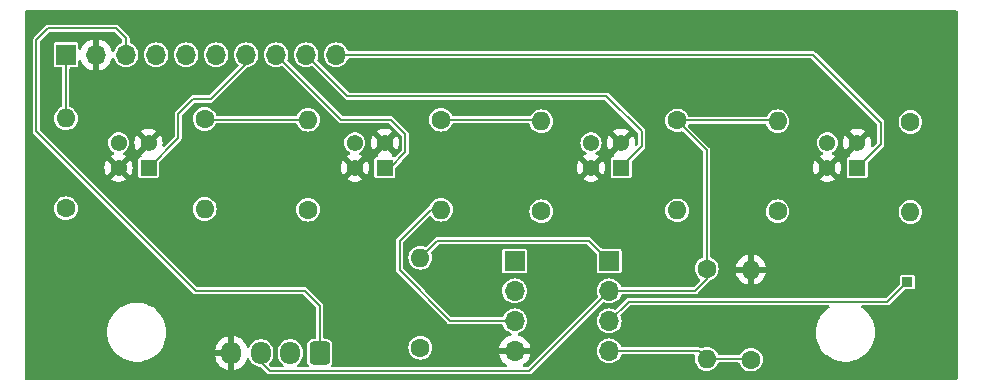
<source format=gbr>
%TF.GenerationSoftware,KiCad,Pcbnew,8.0.1*%
%TF.CreationDate,2024-10-21T16:06:20-03:00*%
%TF.ProjectId,placa_de_sensores,706c6163-615f-4646-955f-73656e736f72,rev?*%
%TF.SameCoordinates,Original*%
%TF.FileFunction,Copper,L2,Bot*%
%TF.FilePolarity,Positive*%
%FSLAX46Y46*%
G04 Gerber Fmt 4.6, Leading zero omitted, Abs format (unit mm)*
G04 Created by KiCad (PCBNEW 8.0.1) date 2024-10-21 16:06:20*
%MOMM*%
%LPD*%
G01*
G04 APERTURE LIST*
G04 Aperture macros list*
%AMRoundRect*
0 Rectangle with rounded corners*
0 $1 Rounding radius*
0 $2 $3 $4 $5 $6 $7 $8 $9 X,Y pos of 4 corners*
0 Add a 4 corners polygon primitive as box body*
4,1,4,$2,$3,$4,$5,$6,$7,$8,$9,$2,$3,0*
0 Add four circle primitives for the rounded corners*
1,1,$1+$1,$2,$3*
1,1,$1+$1,$4,$5*
1,1,$1+$1,$6,$7*
1,1,$1+$1,$8,$9*
0 Add four rect primitives between the rounded corners*
20,1,$1+$1,$2,$3,$4,$5,0*
20,1,$1+$1,$4,$5,$6,$7,0*
20,1,$1+$1,$6,$7,$8,$9,0*
20,1,$1+$1,$8,$9,$2,$3,0*%
G04 Aperture macros list end*
%TA.AperFunction,ComponentPad*%
%ADD10RoundRect,0.250000X0.600000X0.725000X-0.600000X0.725000X-0.600000X-0.725000X0.600000X-0.725000X0*%
%TD*%
%TA.AperFunction,ComponentPad*%
%ADD11O,1.700000X1.950000*%
%TD*%
%TA.AperFunction,ComponentPad*%
%ADD12R,1.700000X1.700000*%
%TD*%
%TA.AperFunction,ComponentPad*%
%ADD13O,1.700000X1.700000*%
%TD*%
%TA.AperFunction,ComponentPad*%
%ADD14O,1.600000X1.600000*%
%TD*%
%TA.AperFunction,ComponentPad*%
%ADD15C,1.600000*%
%TD*%
%TA.AperFunction,ComponentPad*%
%ADD16R,0.850000X0.850000*%
%TD*%
%TA.AperFunction,ComponentPad*%
%ADD17R,1.378000X1.378000*%
%TD*%
%TA.AperFunction,ComponentPad*%
%ADD18C,1.378000*%
%TD*%
%TA.AperFunction,Conductor*%
%ADD19C,0.200000*%
%TD*%
G04 APERTURE END LIST*
D10*
%TO.P,CONEX\u00C3O-I2C1,1,Pin_1*%
%TO.N,/SCL*%
X150500000Y-75250000D03*
D11*
%TO.P,CONEX\u00C3O-I2C1,2,Pin_2*%
%TO.N,/SDA*%
X148000000Y-75250000D03*
%TO.P,CONEX\u00C3O-I2C1,3,Pin_3*%
%TO.N,+3V3*%
X145500000Y-75250000D03*
%TO.P,CONEX\u00C3O-I2C1,4,Pin_4*%
%TO.N,GND*%
X143000000Y-75250000D03*
%TD*%
D12*
%TO.P,INA122,1,Pin_1*%
%TO.N,Net-(INA122_D1-Pin_1)*%
X175000000Y-67460000D03*
D13*
%TO.P,INA122,2,Pin_2*%
%TO.N,+3V3*%
X175000000Y-70000000D03*
%TO.P,INA122,3,Pin_3*%
%TO.N,/ANA_OUT*%
X175000000Y-72540000D03*
%TO.P,INA122,4,Pin_4*%
%TO.N,Net-(INA122_D1-Pin_4)*%
X175000000Y-75080000D03*
%TD*%
D14*
%TO.P,RG,2*%
%TO.N,Net-(INA122_D1-Pin_1)*%
X159000000Y-67190000D03*
D15*
%TO.P,RG,1*%
%TO.N,Net-(INA122_E1-Pin_1)*%
X159000000Y-74810000D03*
%TD*%
D14*
%TO.P,R10,2*%
%TO.N,+3V3*%
X129000000Y-55380000D03*
D15*
%TO.P,R10,1*%
%TO.N,Net-(R10-Pad1)*%
X129000000Y-63000000D03*
%TD*%
D14*
%TO.P,R9,2*%
%TO.N,+3V3*%
X149500000Y-55500000D03*
D15*
%TO.P,R9,1*%
%TO.N,Net-(R9-Pad1)*%
X149500000Y-63120000D03*
%TD*%
%TO.P,R8,1*%
%TO.N,Net-(INA122_D1-Pin_4)*%
X187000000Y-75810000D03*
D14*
%TO.P,R8,2*%
%TO.N,GND*%
X187000000Y-68190000D03*
%TD*%
D15*
%TO.P,R7,1*%
%TO.N,+3V3*%
X183250000Y-68130000D03*
D14*
%TO.P,R7,2*%
%TO.N,Net-(INA122_D1-Pin_4)*%
X183250000Y-75750000D03*
%TD*%
D15*
%TO.P,R6,1*%
%TO.N,+3V3*%
X140750000Y-55440000D03*
D14*
%TO.P,R6,2*%
%TO.N,/A0*%
X140750000Y-63060000D03*
%TD*%
%TO.P,R5,2*%
%TO.N,/A1*%
X160750000Y-63120000D03*
D15*
%TO.P,R5,1*%
%TO.N,+3V3*%
X160750000Y-55500000D03*
%TD*%
%TO.P,R4,1*%
%TO.N,Net-(R4-Pad1)*%
X169250000Y-63250000D03*
D14*
%TO.P,R4,2*%
%TO.N,+3V3*%
X169250000Y-55630000D03*
%TD*%
D15*
%TO.P,R3,1*%
%TO.N,Net-(R3-Pad1)*%
X189250000Y-63250000D03*
D14*
%TO.P,R3,2*%
%TO.N,+3V3*%
X189250000Y-55630000D03*
%TD*%
%TO.P,R2,2*%
%TO.N,/A2*%
X180750000Y-63180000D03*
D15*
%TO.P,R2,1*%
%TO.N,+3V3*%
X180750000Y-55560000D03*
%TD*%
D14*
%TO.P,R1,2*%
%TO.N,/A3*%
X200500000Y-63310000D03*
D15*
%TO.P,R1,1*%
%TO.N,+3V3*%
X200500000Y-55690000D03*
%TD*%
D16*
%TO.P,ANA_OUT,1,Pin_1*%
%TO.N,/ANA_OUT*%
X200250000Y-69250000D03*
%TD*%
D12*
%TO.P,INA122_E1,1,Pin_1*%
%TO.N,Net-(INA122_E1-Pin_1)*%
X167000000Y-67460000D03*
D13*
%TO.P,INA122_E1,2,Pin_2*%
%TO.N,/A2*%
X167000000Y-70000000D03*
%TO.P,INA122_E1,3,Pin_3*%
%TO.N,/A1*%
X167000000Y-72540000D03*
%TO.P,INA122_E1,4,Pin_4*%
%TO.N,GND*%
X167000000Y-75080000D03*
%TD*%
%TO.P,ADS1115,10,Pin_10*%
%TO.N,/A3*%
X151870000Y-50000000D03*
%TO.P,ADS1115,9,Pin_9*%
%TO.N,/A2*%
X149330000Y-50000000D03*
%TO.P,ADS1115,8,Pin_8*%
%TO.N,/A1*%
X146790000Y-50000000D03*
%TO.P,ADS1115,7,Pin_7*%
%TO.N,/A0*%
X144250000Y-50000000D03*
%TO.P,ADS1115,6,Pin_6*%
%TO.N,/ALRT*%
X141710000Y-50000000D03*
%TO.P,ADS1115,5,Pin_5*%
%TO.N,/ADDR*%
X139170000Y-50000000D03*
%TO.P,ADS1115,4,Pin_4*%
%TO.N,/SDA*%
X136630000Y-50000000D03*
%TO.P,ADS1115,3,Pin_3*%
%TO.N,/SCL*%
X134090000Y-50000000D03*
%TO.P,ADS1115,2,Pin_2*%
%TO.N,GND*%
X131550000Y-50000000D03*
D12*
%TO.P,ADS1115,1,Pin_1*%
%TO.N,+3V3*%
X129010000Y-50000000D03*
%TD*%
D17*
%TO.P,U1,1*%
%TO.N,/A3*%
X196000000Y-59560000D03*
D18*
%TO.P,U1,2*%
%TO.N,GND*%
X193460000Y-59560000D03*
%TO.P,U1,3*%
%TO.N,Net-(R3-Pad1)*%
X193460000Y-57450000D03*
%TO.P,U1,4*%
%TO.N,GND*%
X196000000Y-57450000D03*
%TD*%
D17*
%TO.P,U2,1*%
%TO.N,/A2*%
X176000000Y-59560000D03*
D18*
%TO.P,U2,2*%
%TO.N,GND*%
X173460000Y-59560000D03*
%TO.P,U2,3*%
%TO.N,Net-(R4-Pad1)*%
X173460000Y-57450000D03*
%TO.P,U2,4*%
%TO.N,GND*%
X176000000Y-57450000D03*
%TD*%
D17*
%TO.P,U4,1*%
%TO.N,/A0*%
X136000000Y-59560000D03*
D18*
%TO.P,U4,2*%
%TO.N,GND*%
X133460000Y-59560000D03*
%TO.P,U4,3*%
%TO.N,Net-(R10-Pad1)*%
X133460000Y-57450000D03*
%TO.P,U4,4*%
%TO.N,GND*%
X136000000Y-57450000D03*
%TD*%
D17*
%TO.P,U3,1*%
%TO.N,/A1*%
X156000000Y-59560000D03*
D18*
%TO.P,U3,2*%
%TO.N,GND*%
X153460000Y-59560000D03*
%TO.P,U3,3*%
%TO.N,Net-(R9-Pad1)*%
X153460000Y-57450000D03*
%TO.P,U3,4*%
%TO.N,GND*%
X156000000Y-57450000D03*
%TD*%
D19*
%TO.N,+3V3*%
X145500000Y-76000000D02*
X145500000Y-75250000D01*
X146250000Y-76750000D02*
X145500000Y-76000000D01*
X168250000Y-76750000D02*
X146250000Y-76750000D01*
X175000000Y-70000000D02*
X168250000Y-76750000D01*
%TO.N,/SCL*%
X150500000Y-71250000D02*
X150500000Y-75250000D01*
X126500000Y-56500000D02*
X140000000Y-70000000D01*
X126500000Y-48750000D02*
X126500000Y-56500000D01*
X127500000Y-47750000D02*
X126500000Y-48750000D01*
X133250000Y-47750000D02*
X127500000Y-47750000D01*
X140000000Y-70000000D02*
X149250000Y-70000000D01*
X149250000Y-70000000D02*
X150500000Y-71250000D01*
X134090000Y-48590000D02*
X133250000Y-47750000D01*
X134090000Y-50000000D02*
X134090000Y-48590000D01*
%TO.N,/ANA_OUT*%
X198551226Y-70897548D02*
X176642452Y-70897548D01*
X176642452Y-70897548D02*
X175000000Y-72540000D01*
X200198774Y-69250000D02*
X198551226Y-70897548D01*
X200250000Y-69250000D02*
X200198774Y-69250000D01*
%TO.N,Net-(INA122_D1-Pin_1)*%
X173290000Y-65750000D02*
X175000000Y-67460000D01*
X159000000Y-67190000D02*
X160440000Y-65750000D01*
X160440000Y-65750000D02*
X173290000Y-65750000D01*
%TO.N,Net-(INA122_D1-Pin_4)*%
X182580000Y-75080000D02*
X183250000Y-75750000D01*
X175000000Y-75080000D02*
X182580000Y-75080000D01*
X186940000Y-75750000D02*
X187000000Y-75810000D01*
X183250000Y-75750000D02*
X186940000Y-75750000D01*
%TO.N,/A3*%
X198000000Y-57560000D02*
X196000000Y-59560000D01*
X192250000Y-50000000D02*
X198000000Y-55750000D01*
X151870000Y-50000000D02*
X192250000Y-50000000D01*
X198000000Y-55750000D02*
X198000000Y-57560000D01*
%TO.N,/A2*%
X152830000Y-53500000D02*
X149330000Y-50000000D01*
X174750000Y-53500000D02*
X152830000Y-53500000D01*
X177750000Y-56500000D02*
X174750000Y-53500000D01*
X176000000Y-59500000D02*
X177750000Y-57750000D01*
X177750000Y-57750000D02*
X177750000Y-56500000D01*
X176000000Y-59560000D02*
X176000000Y-59500000D01*
%TO.N,/A1*%
X157750000Y-56750000D02*
X156500000Y-55500000D01*
X156440000Y-59560000D02*
X157750000Y-58250000D01*
X156000000Y-59560000D02*
X156440000Y-59560000D01*
X157750000Y-58250000D02*
X157750000Y-56750000D01*
X152290000Y-55500000D02*
X156500000Y-55500000D01*
X146790000Y-50000000D02*
X152290000Y-55500000D01*
%TO.N,/A0*%
X141250000Y-53750000D02*
X144250000Y-50750000D01*
X139750000Y-53750000D02*
X141250000Y-53750000D01*
X144250000Y-50750000D02*
X144250000Y-50000000D01*
X138500000Y-55000000D02*
X139750000Y-53750000D01*
X138500000Y-57060000D02*
X138500000Y-55000000D01*
X136000000Y-59560000D02*
X138500000Y-57060000D01*
%TO.N,+3V3*%
X183250000Y-69000000D02*
X183250000Y-68130000D01*
X182250000Y-70000000D02*
X183250000Y-69000000D01*
X175000000Y-70000000D02*
X182250000Y-70000000D01*
X183250000Y-58060000D02*
X180750000Y-55560000D01*
X183250000Y-68130000D02*
X183250000Y-58060000D01*
X129000000Y-50010000D02*
X129010000Y-50000000D01*
X129000000Y-55380000D02*
X129000000Y-50010000D01*
X140690000Y-55380000D02*
X140750000Y-55440000D01*
X140810000Y-55500000D02*
X140750000Y-55440000D01*
X149500000Y-55500000D02*
X140810000Y-55500000D01*
X189310000Y-55690000D02*
X189250000Y-55630000D01*
X189180000Y-55560000D02*
X189250000Y-55630000D01*
X180750000Y-55560000D02*
X189180000Y-55560000D01*
X169120000Y-55500000D02*
X169250000Y-55630000D01*
X160750000Y-55500000D02*
X169120000Y-55500000D01*
%TO.N,/A1*%
X157250000Y-65750000D02*
X159880000Y-63120000D01*
X157250000Y-68250000D02*
X157250000Y-65750000D01*
X159880000Y-63120000D02*
X160750000Y-63120000D01*
X167000000Y-72540000D02*
X161540000Y-72540000D01*
X161540000Y-72540000D02*
X157250000Y-68250000D01*
%TO.N,Net-(INA122_D1-Pin_1)*%
X159000000Y-67190000D02*
X159000000Y-67250000D01*
%TD*%
%TA.AperFunction,Conductor*%
%TO.N,GND*%
G36*
X204442539Y-46270185D02*
G01*
X204488294Y-46322989D01*
X204499500Y-46374500D01*
X204499500Y-77375500D01*
X204479815Y-77442539D01*
X204427011Y-77488294D01*
X204375500Y-77499500D01*
X125624500Y-77499500D01*
X125557461Y-77479815D01*
X125511706Y-77427011D01*
X125500500Y-77375500D01*
X125500500Y-73500005D01*
X132494556Y-73500005D01*
X132514310Y-73814004D01*
X132514311Y-73814011D01*
X132527126Y-73881188D01*
X132573102Y-74122206D01*
X132573270Y-74123083D01*
X132670497Y-74422316D01*
X132670499Y-74422321D01*
X132804461Y-74707003D01*
X132804464Y-74707009D01*
X132973051Y-74972661D01*
X132973054Y-74972665D01*
X133173606Y-75215090D01*
X133173608Y-75215092D01*
X133173610Y-75215094D01*
X133381233Y-75410065D01*
X133402968Y-75430476D01*
X133402978Y-75430484D01*
X133657504Y-75615408D01*
X133657509Y-75615410D01*
X133657516Y-75615416D01*
X133933234Y-75766994D01*
X133933239Y-75766996D01*
X133933241Y-75766997D01*
X133933242Y-75766998D01*
X134225771Y-75882818D01*
X134225774Y-75882819D01*
X134472351Y-75946129D01*
X134530527Y-75961066D01*
X134596010Y-75969338D01*
X134842670Y-76000499D01*
X134842679Y-76000499D01*
X134842682Y-76000500D01*
X134842684Y-76000500D01*
X135157316Y-76000500D01*
X135157318Y-76000500D01*
X135157321Y-76000499D01*
X135157329Y-76000499D01*
X135343593Y-75976968D01*
X135469473Y-75961066D01*
X135774225Y-75882819D01*
X135774228Y-75882818D01*
X136066757Y-75766998D01*
X136066758Y-75766997D01*
X136066756Y-75766997D01*
X136066766Y-75766994D01*
X136342484Y-75615416D01*
X136597030Y-75430478D01*
X136826390Y-75215094D01*
X137026947Y-74972663D01*
X137195537Y-74707007D01*
X137329503Y-74422315D01*
X137426731Y-74123079D01*
X137485688Y-73814015D01*
X137485689Y-73814004D01*
X137505444Y-73500005D01*
X137505444Y-73499994D01*
X137485689Y-73185995D01*
X137485688Y-73185988D01*
X137485688Y-73185985D01*
X137426731Y-72876921D01*
X137329503Y-72577685D01*
X137195537Y-72292993D01*
X137090067Y-72126798D01*
X137026948Y-72027338D01*
X137026945Y-72027334D01*
X136826393Y-71784909D01*
X136826391Y-71784907D01*
X136612646Y-71584186D01*
X136597030Y-71569522D01*
X136597027Y-71569520D01*
X136597021Y-71569515D01*
X136342495Y-71384591D01*
X136342488Y-71384586D01*
X136342484Y-71384584D01*
X136066766Y-71233006D01*
X136066763Y-71233004D01*
X136066758Y-71233002D01*
X136066757Y-71233001D01*
X135774228Y-71117181D01*
X135774225Y-71117180D01*
X135469476Y-71038934D01*
X135469463Y-71038932D01*
X135157329Y-70999500D01*
X135157318Y-70999500D01*
X134842682Y-70999500D01*
X134842670Y-70999500D01*
X134530536Y-71038932D01*
X134530523Y-71038934D01*
X134225774Y-71117180D01*
X134225771Y-71117181D01*
X133933242Y-71233001D01*
X133933241Y-71233002D01*
X133657516Y-71384584D01*
X133657504Y-71384591D01*
X133402978Y-71569515D01*
X133402968Y-71569523D01*
X133173608Y-71784907D01*
X133173606Y-71784909D01*
X132973054Y-72027334D01*
X132973051Y-72027338D01*
X132804464Y-72292990D01*
X132804461Y-72292996D01*
X132670499Y-72577678D01*
X132670497Y-72577683D01*
X132573270Y-72876916D01*
X132514311Y-73185988D01*
X132514310Y-73185995D01*
X132494556Y-73499994D01*
X132494556Y-73500005D01*
X125500500Y-73500005D01*
X125500500Y-63000000D01*
X127994659Y-63000000D01*
X128013975Y-63196129D01*
X128071188Y-63384733D01*
X128164086Y-63558532D01*
X128164090Y-63558539D01*
X128289116Y-63710883D01*
X128441460Y-63835909D01*
X128441467Y-63835913D01*
X128615266Y-63928811D01*
X128615269Y-63928811D01*
X128615273Y-63928814D01*
X128803868Y-63986024D01*
X129000000Y-64005341D01*
X129196132Y-63986024D01*
X129384727Y-63928814D01*
X129558538Y-63835910D01*
X129710883Y-63710883D01*
X129835910Y-63558538D01*
X129928814Y-63384727D01*
X129986024Y-63196132D01*
X130005341Y-63000000D01*
X129986024Y-62803868D01*
X129928814Y-62615273D01*
X129928811Y-62615269D01*
X129928811Y-62615266D01*
X129835913Y-62441467D01*
X129835909Y-62441460D01*
X129710883Y-62289116D01*
X129558539Y-62164090D01*
X129558532Y-62164086D01*
X129384733Y-62071188D01*
X129384727Y-62071186D01*
X129196132Y-62013976D01*
X129196129Y-62013975D01*
X129000000Y-61994659D01*
X128803870Y-62013975D01*
X128615266Y-62071188D01*
X128441467Y-62164086D01*
X128441460Y-62164090D01*
X128289116Y-62289116D01*
X128164090Y-62441460D01*
X128164086Y-62441467D01*
X128071188Y-62615266D01*
X128013975Y-62803870D01*
X127994659Y-63000000D01*
X125500500Y-63000000D01*
X125500500Y-56539562D01*
X126199500Y-56539562D01*
X126219979Y-56615989D01*
X126230384Y-56634011D01*
X126259540Y-56684511D01*
X139759540Y-70184511D01*
X139815489Y-70240460D01*
X139815491Y-70240461D01*
X139815495Y-70240464D01*
X139884004Y-70280017D01*
X139884011Y-70280021D01*
X139960438Y-70300500D01*
X149074167Y-70300500D01*
X149141206Y-70320185D01*
X149161848Y-70336819D01*
X150163181Y-71338152D01*
X150196666Y-71399475D01*
X150199500Y-71425833D01*
X150199500Y-73950500D01*
X150179815Y-74017539D01*
X150127011Y-74063294D01*
X150075500Y-74074500D01*
X149845730Y-74074500D01*
X149815300Y-74077353D01*
X149815298Y-74077353D01*
X149687119Y-74122206D01*
X149687117Y-74122207D01*
X149577850Y-74202850D01*
X149497207Y-74312117D01*
X149497206Y-74312119D01*
X149452353Y-74440298D01*
X149452353Y-74440300D01*
X149449500Y-74470730D01*
X149449500Y-76029269D01*
X149452353Y-76059699D01*
X149452353Y-76059701D01*
X149492523Y-76174497D01*
X149497207Y-76187882D01*
X149523808Y-76223925D01*
X149544430Y-76251867D01*
X149568400Y-76317496D01*
X149553084Y-76385666D01*
X149503344Y-76434734D01*
X149444659Y-76449500D01*
X148691521Y-76449500D01*
X148624482Y-76429815D01*
X148578727Y-76377011D01*
X148568783Y-76307853D01*
X148597808Y-76244297D01*
X148622631Y-76222397D01*
X148637461Y-76212488D01*
X148669655Y-76190977D01*
X148815977Y-76044655D01*
X148930941Y-75872598D01*
X149010130Y-75681420D01*
X149050500Y-75478465D01*
X149050500Y-75021535D01*
X149010130Y-74818580D01*
X148930941Y-74627402D01*
X148815977Y-74455345D01*
X148815975Y-74455342D01*
X148669657Y-74309024D01*
X148574638Y-74245535D01*
X148497598Y-74194059D01*
X148306420Y-74114870D01*
X148306412Y-74114868D01*
X148103469Y-74074500D01*
X148103465Y-74074500D01*
X147896535Y-74074500D01*
X147896530Y-74074500D01*
X147693587Y-74114868D01*
X147693579Y-74114870D01*
X147502403Y-74194058D01*
X147330342Y-74309024D01*
X147184024Y-74455342D01*
X147069058Y-74627403D01*
X146989870Y-74818579D01*
X146989868Y-74818587D01*
X146949500Y-75021530D01*
X146949500Y-75478469D01*
X146989868Y-75681412D01*
X146989870Y-75681420D01*
X147013643Y-75738814D01*
X147069059Y-75872598D01*
X147118193Y-75946132D01*
X147184024Y-76044657D01*
X147330342Y-76190975D01*
X147377369Y-76222397D01*
X147422175Y-76276009D01*
X147430882Y-76345334D01*
X147400728Y-76408362D01*
X147341285Y-76445082D01*
X147308479Y-76449500D01*
X146425833Y-76449500D01*
X146358794Y-76429815D01*
X146338152Y-76413181D01*
X146230483Y-76305512D01*
X146196998Y-76244189D01*
X146201982Y-76174497D01*
X146230483Y-76130150D01*
X146315974Y-76044658D01*
X146315975Y-76044657D01*
X146315977Y-76044655D01*
X146430941Y-75872598D01*
X146510130Y-75681420D01*
X146550500Y-75478465D01*
X146550500Y-75021535D01*
X146510130Y-74818580D01*
X146430941Y-74627402D01*
X146315977Y-74455345D01*
X146315975Y-74455342D01*
X146169657Y-74309024D01*
X146074638Y-74245535D01*
X145997598Y-74194059D01*
X145806420Y-74114870D01*
X145806412Y-74114868D01*
X145603469Y-74074500D01*
X145603465Y-74074500D01*
X145396535Y-74074500D01*
X145396530Y-74074500D01*
X145193587Y-74114868D01*
X145193579Y-74114870D01*
X145002403Y-74194058D01*
X144830342Y-74309024D01*
X144684024Y-74455342D01*
X144569057Y-74627404D01*
X144523251Y-74737990D01*
X144479409Y-74792394D01*
X144413115Y-74814458D01*
X144345416Y-74797178D01*
X144297806Y-74746041D01*
X144290759Y-74728855D01*
X144251095Y-74606782D01*
X144154620Y-74417442D01*
X144029727Y-74245540D01*
X144029723Y-74245535D01*
X143879464Y-74095276D01*
X143879459Y-74095272D01*
X143707557Y-73970379D01*
X143518215Y-73873903D01*
X143316124Y-73808241D01*
X143250000Y-73797768D01*
X143250000Y-74845854D01*
X143183343Y-74807370D01*
X143062535Y-74775000D01*
X142937465Y-74775000D01*
X142816657Y-74807370D01*
X142750000Y-74845854D01*
X142750000Y-73797768D01*
X142749999Y-73797768D01*
X142683875Y-73808241D01*
X142481784Y-73873903D01*
X142292442Y-73970379D01*
X142120540Y-74095272D01*
X142120535Y-74095276D01*
X141970276Y-74245535D01*
X141970272Y-74245540D01*
X141845379Y-74417442D01*
X141748904Y-74606782D01*
X141683242Y-74808869D01*
X141683242Y-74808872D01*
X141652970Y-75000000D01*
X142595854Y-75000000D01*
X142557370Y-75066657D01*
X142525000Y-75187465D01*
X142525000Y-75312535D01*
X142557370Y-75433343D01*
X142595854Y-75500000D01*
X141652970Y-75500000D01*
X141683242Y-75691127D01*
X141683242Y-75691130D01*
X141748904Y-75893217D01*
X141845379Y-76082557D01*
X141970272Y-76254459D01*
X141970276Y-76254464D01*
X142120535Y-76404723D01*
X142120540Y-76404727D01*
X142292442Y-76529620D01*
X142481782Y-76626095D01*
X142683871Y-76691757D01*
X142750000Y-76702231D01*
X142750000Y-75654145D01*
X142816657Y-75692630D01*
X142937465Y-75725000D01*
X143062535Y-75725000D01*
X143183343Y-75692630D01*
X143250000Y-75654145D01*
X143250000Y-76702230D01*
X143316126Y-76691757D01*
X143316129Y-76691757D01*
X143518217Y-76626095D01*
X143707557Y-76529620D01*
X143879459Y-76404727D01*
X143879464Y-76404723D01*
X144029723Y-76254464D01*
X144029727Y-76254459D01*
X144154620Y-76082557D01*
X144251095Y-75893217D01*
X144290759Y-75771144D01*
X144330196Y-75713469D01*
X144394555Y-75686270D01*
X144463401Y-75698184D01*
X144514877Y-75745428D01*
X144523251Y-75762009D01*
X144569057Y-75872596D01*
X144684024Y-76044657D01*
X144830342Y-76190975D01*
X144830345Y-76190977D01*
X145002402Y-76305941D01*
X145193580Y-76385130D01*
X145334603Y-76413181D01*
X145396530Y-76425499D01*
X145396534Y-76425500D01*
X145396535Y-76425500D01*
X145449167Y-76425500D01*
X145516206Y-76445185D01*
X145536848Y-76461819D01*
X146009540Y-76934511D01*
X146065489Y-76990460D01*
X146065491Y-76990461D01*
X146065495Y-76990464D01*
X146134004Y-77030017D01*
X146134011Y-77030021D01*
X146210438Y-77050500D01*
X146210440Y-77050500D01*
X168289560Y-77050500D01*
X168289562Y-77050500D01*
X168365989Y-77030021D01*
X168434511Y-76990460D01*
X168490460Y-76934511D01*
X170344971Y-75080000D01*
X173944417Y-75080000D01*
X173964699Y-75285932D01*
X173989757Y-75368538D01*
X174024768Y-75483954D01*
X174122315Y-75666450D01*
X174138581Y-75686270D01*
X174253589Y-75826410D01*
X174322325Y-75882819D01*
X174413550Y-75957685D01*
X174596046Y-76055232D01*
X174794066Y-76115300D01*
X174794065Y-76115300D01*
X174812529Y-76117118D01*
X175000000Y-76135583D01*
X175205934Y-76115300D01*
X175403954Y-76055232D01*
X175586450Y-75957685D01*
X175746410Y-75826410D01*
X175877685Y-75666450D01*
X175975232Y-75483954D01*
X175979919Y-75468503D01*
X176018217Y-75410065D01*
X176082030Y-75381609D01*
X176098579Y-75380500D01*
X182149372Y-75380500D01*
X182216411Y-75400185D01*
X182262166Y-75452989D01*
X182272110Y-75522147D01*
X182268032Y-75540496D01*
X182263976Y-75553866D01*
X182244659Y-75750000D01*
X182263975Y-75946129D01*
X182280468Y-76000499D01*
X182295973Y-76051613D01*
X182321188Y-76134733D01*
X182414086Y-76308532D01*
X182414090Y-76308539D01*
X182539116Y-76460883D01*
X182691460Y-76585909D01*
X182691467Y-76585913D01*
X182865266Y-76678811D01*
X182865269Y-76678811D01*
X182865273Y-76678814D01*
X183053868Y-76736024D01*
X183250000Y-76755341D01*
X183446132Y-76736024D01*
X183634727Y-76678814D01*
X183808538Y-76585910D01*
X183960883Y-76460883D01*
X184085910Y-76308538D01*
X184178814Y-76134727D01*
X184178815Y-76134723D01*
X184181144Y-76129103D01*
X184183260Y-76129979D01*
X184215945Y-76080083D01*
X184279751Y-76051613D01*
X184296328Y-76050500D01*
X185935470Y-76050500D01*
X186002509Y-76070185D01*
X186048264Y-76122989D01*
X186054130Y-76138503D01*
X186071186Y-76194729D01*
X186164086Y-76368532D01*
X186164090Y-76368539D01*
X186289116Y-76520883D01*
X186441460Y-76645909D01*
X186441467Y-76645913D01*
X186615266Y-76738811D01*
X186615269Y-76738811D01*
X186615273Y-76738814D01*
X186803868Y-76796024D01*
X187000000Y-76815341D01*
X187196132Y-76796024D01*
X187384727Y-76738814D01*
X187558538Y-76645910D01*
X187710883Y-76520883D01*
X187835910Y-76368538D01*
X187928814Y-76194727D01*
X187986024Y-76006132D01*
X188005341Y-75810000D01*
X187986024Y-75613868D01*
X187928814Y-75425273D01*
X187928811Y-75425269D01*
X187928811Y-75425266D01*
X187835913Y-75251467D01*
X187835909Y-75251460D01*
X187710883Y-75099116D01*
X187558539Y-74974090D01*
X187558532Y-74974086D01*
X187384733Y-74881188D01*
X187384727Y-74881186D01*
X187247439Y-74839540D01*
X187196129Y-74823975D01*
X187000000Y-74804659D01*
X186803870Y-74823975D01*
X186615266Y-74881188D01*
X186441467Y-74974086D01*
X186441460Y-74974090D01*
X186289116Y-75099116D01*
X186164090Y-75251460D01*
X186164085Y-75251467D01*
X186093271Y-75383953D01*
X186044309Y-75433798D01*
X185983913Y-75449500D01*
X184296328Y-75449500D01*
X184229289Y-75429815D01*
X184183534Y-75377011D01*
X184181212Y-75370868D01*
X184181144Y-75370897D01*
X184178814Y-75365273D01*
X184085913Y-75191467D01*
X184085909Y-75191460D01*
X183960883Y-75039116D01*
X183808539Y-74914090D01*
X183808532Y-74914086D01*
X183634733Y-74821188D01*
X183634727Y-74821186D01*
X183508997Y-74783046D01*
X183446129Y-74763975D01*
X183250000Y-74744659D01*
X183053870Y-74763975D01*
X182960187Y-74792394D01*
X182865273Y-74821186D01*
X182865272Y-74821186D01*
X182865267Y-74821188D01*
X182865265Y-74821189D01*
X182857211Y-74825494D01*
X182788808Y-74839733D01*
X182736764Y-74823520D01*
X182695992Y-74799980D01*
X182695991Y-74799979D01*
X182657775Y-74789739D01*
X182619562Y-74779500D01*
X182619560Y-74779500D01*
X176098579Y-74779500D01*
X176031540Y-74759815D01*
X175985785Y-74707011D01*
X175979919Y-74691497D01*
X175976401Y-74679901D01*
X175975232Y-74676046D01*
X175877685Y-74493550D01*
X175802897Y-74402420D01*
X175746410Y-74333589D01*
X175600302Y-74213683D01*
X175586450Y-74202315D01*
X175403954Y-74104768D01*
X175205934Y-74044700D01*
X175205932Y-74044699D01*
X175205934Y-74044699D01*
X175000000Y-74024417D01*
X174794067Y-74044699D01*
X174596043Y-74104769D01*
X174561781Y-74123083D01*
X174413550Y-74202315D01*
X174413548Y-74202316D01*
X174413547Y-74202317D01*
X174253589Y-74333589D01*
X174122317Y-74493547D01*
X174024769Y-74676043D01*
X173964699Y-74874067D01*
X173944417Y-75080000D01*
X170344971Y-75080000D01*
X172884970Y-72540000D01*
X173944417Y-72540000D01*
X173964699Y-72745932D01*
X173987173Y-72820020D01*
X174024768Y-72943954D01*
X174122315Y-73126450D01*
X174122317Y-73126452D01*
X174253589Y-73286410D01*
X174350209Y-73365702D01*
X174413550Y-73417685D01*
X174596046Y-73515232D01*
X174794066Y-73575300D01*
X174794065Y-73575300D01*
X174812529Y-73577118D01*
X175000000Y-73595583D01*
X175205934Y-73575300D01*
X175403954Y-73515232D01*
X175586450Y-73417685D01*
X175746410Y-73286410D01*
X175877685Y-73126450D01*
X175975232Y-72943954D01*
X176035300Y-72745934D01*
X176055583Y-72540000D01*
X176035300Y-72334066D01*
X175975232Y-72136046D01*
X175967620Y-72121806D01*
X175953379Y-72053404D01*
X175978379Y-71988160D01*
X175989298Y-71975672D01*
X176349241Y-71615730D01*
X176730604Y-71234367D01*
X176791927Y-71200882D01*
X176818285Y-71198048D01*
X193532627Y-71198048D01*
X193599666Y-71217733D01*
X193645421Y-71270537D01*
X193655365Y-71339695D01*
X193626340Y-71403251D01*
X193605512Y-71422366D01*
X193402978Y-71569515D01*
X193402968Y-71569523D01*
X193173608Y-71784907D01*
X193173606Y-71784909D01*
X192973054Y-72027334D01*
X192973051Y-72027338D01*
X192804464Y-72292990D01*
X192804461Y-72292996D01*
X192670499Y-72577678D01*
X192670497Y-72577683D01*
X192573270Y-72876916D01*
X192514311Y-73185988D01*
X192514310Y-73185995D01*
X192494556Y-73499994D01*
X192494556Y-73500005D01*
X192514310Y-73814004D01*
X192514311Y-73814011D01*
X192527126Y-73881188D01*
X192573102Y-74122206D01*
X192573270Y-74123083D01*
X192670497Y-74422316D01*
X192670499Y-74422321D01*
X192804461Y-74707003D01*
X192804464Y-74707009D01*
X192973051Y-74972661D01*
X192973054Y-74972665D01*
X193173606Y-75215090D01*
X193173608Y-75215092D01*
X193173610Y-75215094D01*
X193381233Y-75410065D01*
X193402968Y-75430476D01*
X193402978Y-75430484D01*
X193657504Y-75615408D01*
X193657509Y-75615410D01*
X193657516Y-75615416D01*
X193933234Y-75766994D01*
X193933239Y-75766996D01*
X193933241Y-75766997D01*
X193933242Y-75766998D01*
X194225771Y-75882818D01*
X194225774Y-75882819D01*
X194472351Y-75946129D01*
X194530527Y-75961066D01*
X194596010Y-75969338D01*
X194842670Y-76000499D01*
X194842679Y-76000499D01*
X194842682Y-76000500D01*
X194842684Y-76000500D01*
X195157316Y-76000500D01*
X195157318Y-76000500D01*
X195157321Y-76000499D01*
X195157329Y-76000499D01*
X195343593Y-75976968D01*
X195469473Y-75961066D01*
X195774225Y-75882819D01*
X195774228Y-75882818D01*
X196066757Y-75766998D01*
X196066758Y-75766997D01*
X196066756Y-75766997D01*
X196066766Y-75766994D01*
X196342484Y-75615416D01*
X196597030Y-75430478D01*
X196826390Y-75215094D01*
X197026947Y-74972663D01*
X197195537Y-74707007D01*
X197329503Y-74422315D01*
X197426731Y-74123079D01*
X197485688Y-73814015D01*
X197485689Y-73814004D01*
X197505444Y-73500005D01*
X197505444Y-73499994D01*
X197485689Y-73185995D01*
X197485688Y-73185988D01*
X197485688Y-73185985D01*
X197426731Y-72876921D01*
X197329503Y-72577685D01*
X197195537Y-72292993D01*
X197090067Y-72126798D01*
X197026948Y-72027338D01*
X197026945Y-72027334D01*
X196826393Y-71784909D01*
X196826391Y-71784907D01*
X196612646Y-71584186D01*
X196597030Y-71569522D01*
X196597027Y-71569520D01*
X196597021Y-71569515D01*
X196394488Y-71422366D01*
X196351822Y-71367036D01*
X196345843Y-71297423D01*
X196378449Y-71235628D01*
X196439287Y-71201271D01*
X196467373Y-71198048D01*
X198590786Y-71198048D01*
X198590788Y-71198048D01*
X198667215Y-71177569D01*
X198735737Y-71138008D01*
X198791686Y-71082059D01*
X199961926Y-69911819D01*
X200023249Y-69878334D01*
X200049607Y-69875500D01*
X200694750Y-69875500D01*
X200694751Y-69875499D01*
X200709568Y-69872552D01*
X200753229Y-69863868D01*
X200753229Y-69863867D01*
X200753231Y-69863867D01*
X200819552Y-69819552D01*
X200863867Y-69753231D01*
X200863867Y-69753229D01*
X200863868Y-69753229D01*
X200875499Y-69694752D01*
X200875500Y-69694750D01*
X200875500Y-68805249D01*
X200875499Y-68805247D01*
X200863868Y-68746770D01*
X200863867Y-68746769D01*
X200819552Y-68680447D01*
X200753230Y-68636132D01*
X200753229Y-68636131D01*
X200694752Y-68624500D01*
X200694748Y-68624500D01*
X199805252Y-68624500D01*
X199805247Y-68624500D01*
X199746770Y-68636131D01*
X199746769Y-68636132D01*
X199680447Y-68680447D01*
X199636132Y-68746769D01*
X199636131Y-68746770D01*
X199624500Y-68805247D01*
X199624500Y-69347941D01*
X199604815Y-69414980D01*
X199588181Y-69435622D01*
X198463074Y-70560729D01*
X198401751Y-70594214D01*
X198375393Y-70597048D01*
X176602890Y-70597048D01*
X176564676Y-70607287D01*
X176526461Y-70617527D01*
X176526456Y-70617530D01*
X176457947Y-70657083D01*
X176457939Y-70657089D01*
X175564326Y-71550701D01*
X175503003Y-71584186D01*
X175433311Y-71579202D01*
X175418193Y-71572379D01*
X175403956Y-71564769D01*
X175403955Y-71564768D01*
X175403954Y-71564768D01*
X175205934Y-71504700D01*
X175205932Y-71504699D01*
X175205934Y-71504699D01*
X175000000Y-71484417D01*
X174794067Y-71504699D01*
X174596043Y-71564769D01*
X174485898Y-71623643D01*
X174413550Y-71662315D01*
X174413548Y-71662316D01*
X174413547Y-71662317D01*
X174253589Y-71793589D01*
X174122317Y-71953547D01*
X174122315Y-71953550D01*
X174094482Y-72005622D01*
X174024769Y-72136043D01*
X173964699Y-72334067D01*
X173944417Y-72540000D01*
X172884970Y-72540000D01*
X174435673Y-70989296D01*
X174496994Y-70955813D01*
X174566686Y-70960797D01*
X174581804Y-70967620D01*
X174590493Y-70972264D01*
X174596046Y-70975232D01*
X174794066Y-71035300D01*
X174794065Y-71035300D01*
X174812529Y-71037118D01*
X175000000Y-71055583D01*
X175205934Y-71035300D01*
X175403954Y-70975232D01*
X175586450Y-70877685D01*
X175746410Y-70746410D01*
X175877685Y-70586450D01*
X175975232Y-70403954D01*
X175979919Y-70388503D01*
X176018217Y-70330065D01*
X176082030Y-70301609D01*
X176098579Y-70300500D01*
X182289560Y-70300500D01*
X182289562Y-70300500D01*
X182365989Y-70280021D01*
X182434511Y-70240460D01*
X182490460Y-70184511D01*
X183490460Y-69184511D01*
X183523309Y-69127614D01*
X183573875Y-69079401D01*
X183594695Y-69070957D01*
X183634727Y-69058814D01*
X183808538Y-68965910D01*
X183960883Y-68840883D01*
X184085910Y-68688538D01*
X184178814Y-68514727D01*
X184236024Y-68326132D01*
X184255341Y-68130000D01*
X184236628Y-67939999D01*
X185721127Y-67939999D01*
X185721128Y-67940000D01*
X186684314Y-67940000D01*
X186679920Y-67944394D01*
X186627259Y-68035606D01*
X186600000Y-68137339D01*
X186600000Y-68242661D01*
X186627259Y-68344394D01*
X186679920Y-68435606D01*
X186684314Y-68440000D01*
X185721128Y-68440000D01*
X185773730Y-68636317D01*
X185773734Y-68636326D01*
X185869865Y-68842482D01*
X186000342Y-69028820D01*
X186161179Y-69189657D01*
X186347517Y-69320134D01*
X186553673Y-69416265D01*
X186553682Y-69416269D01*
X186749999Y-69468872D01*
X186750000Y-69468871D01*
X186750000Y-68505686D01*
X186754394Y-68510080D01*
X186845606Y-68562741D01*
X186947339Y-68590000D01*
X187052661Y-68590000D01*
X187154394Y-68562741D01*
X187245606Y-68510080D01*
X187250000Y-68505686D01*
X187250000Y-69468872D01*
X187446317Y-69416269D01*
X187446326Y-69416265D01*
X187652482Y-69320134D01*
X187838820Y-69189657D01*
X187999657Y-69028820D01*
X188130134Y-68842482D01*
X188226265Y-68636326D01*
X188226269Y-68636317D01*
X188278872Y-68440000D01*
X187315686Y-68440000D01*
X187320080Y-68435606D01*
X187372741Y-68344394D01*
X187400000Y-68242661D01*
X187400000Y-68137339D01*
X187372741Y-68035606D01*
X187320080Y-67944394D01*
X187315686Y-67940000D01*
X188278872Y-67940000D01*
X188278872Y-67939999D01*
X188226269Y-67743682D01*
X188226265Y-67743673D01*
X188130134Y-67537517D01*
X187999657Y-67351179D01*
X187838820Y-67190342D01*
X187652482Y-67059865D01*
X187446328Y-66963734D01*
X187250000Y-66911127D01*
X187250000Y-67874314D01*
X187245606Y-67869920D01*
X187154394Y-67817259D01*
X187052661Y-67790000D01*
X186947339Y-67790000D01*
X186845606Y-67817259D01*
X186754394Y-67869920D01*
X186750000Y-67874314D01*
X186750000Y-66911127D01*
X186553671Y-66963734D01*
X186347517Y-67059865D01*
X186161179Y-67190342D01*
X186000342Y-67351179D01*
X185869865Y-67537517D01*
X185773734Y-67743673D01*
X185773730Y-67743682D01*
X185721127Y-67939999D01*
X184236628Y-67939999D01*
X184236024Y-67933868D01*
X184178814Y-67745273D01*
X184178811Y-67745269D01*
X184178811Y-67745266D01*
X184085913Y-67571467D01*
X184085909Y-67571460D01*
X183960883Y-67419116D01*
X183808539Y-67294090D01*
X183808532Y-67294086D01*
X183634730Y-67201187D01*
X183629100Y-67198855D01*
X183629974Y-67196744D01*
X183580058Y-67164024D01*
X183551608Y-67100209D01*
X183550500Y-67083671D01*
X183550500Y-63250000D01*
X188244659Y-63250000D01*
X188263975Y-63446129D01*
X188263976Y-63446132D01*
X188316275Y-63618539D01*
X188321188Y-63634733D01*
X188414086Y-63808532D01*
X188414090Y-63808539D01*
X188539116Y-63960883D01*
X188691460Y-64085909D01*
X188691467Y-64085913D01*
X188865266Y-64178811D01*
X188865269Y-64178811D01*
X188865273Y-64178814D01*
X189053868Y-64236024D01*
X189250000Y-64255341D01*
X189446132Y-64236024D01*
X189634727Y-64178814D01*
X189658656Y-64166024D01*
X189734770Y-64125340D01*
X189808538Y-64085910D01*
X189960883Y-63960883D01*
X190085910Y-63808538D01*
X190178814Y-63634727D01*
X190236024Y-63446132D01*
X190249432Y-63310000D01*
X199494659Y-63310000D01*
X199513975Y-63506129D01*
X199513976Y-63506132D01*
X199570422Y-63692210D01*
X199571188Y-63694733D01*
X199664086Y-63868532D01*
X199664090Y-63868539D01*
X199789116Y-64020883D01*
X199941460Y-64145909D01*
X199941467Y-64145913D01*
X200115266Y-64238811D01*
X200115269Y-64238811D01*
X200115273Y-64238814D01*
X200303868Y-64296024D01*
X200500000Y-64315341D01*
X200696132Y-64296024D01*
X200884727Y-64238814D01*
X201058538Y-64145910D01*
X201210883Y-64020883D01*
X201335910Y-63868538D01*
X201405400Y-63738532D01*
X201428811Y-63694733D01*
X201428811Y-63694732D01*
X201428814Y-63694727D01*
X201486024Y-63506132D01*
X201505341Y-63310000D01*
X201486024Y-63113868D01*
X201428814Y-62925273D01*
X201428811Y-62925269D01*
X201428811Y-62925266D01*
X201335913Y-62751467D01*
X201335909Y-62751460D01*
X201210883Y-62599116D01*
X201058539Y-62474090D01*
X201058532Y-62474086D01*
X200884733Y-62381188D01*
X200884727Y-62381186D01*
X200696132Y-62323976D01*
X200696129Y-62323975D01*
X200500000Y-62304659D01*
X200303870Y-62323975D01*
X200115266Y-62381188D01*
X199941467Y-62474086D01*
X199941460Y-62474090D01*
X199789116Y-62599116D01*
X199664090Y-62751460D01*
X199664086Y-62751467D01*
X199571188Y-62925266D01*
X199513975Y-63113870D01*
X199494659Y-63310000D01*
X190249432Y-63310000D01*
X190255341Y-63250000D01*
X190236024Y-63053868D01*
X190178814Y-62865273D01*
X190178811Y-62865269D01*
X190178811Y-62865266D01*
X190085913Y-62691467D01*
X190085909Y-62691460D01*
X189960883Y-62539116D01*
X189808539Y-62414090D01*
X189808532Y-62414086D01*
X189634733Y-62321188D01*
X189634727Y-62321186D01*
X189446132Y-62263976D01*
X189446129Y-62263975D01*
X189250000Y-62244659D01*
X189053870Y-62263975D01*
X188865266Y-62321188D01*
X188691467Y-62414086D01*
X188691460Y-62414090D01*
X188539116Y-62539116D01*
X188414090Y-62691460D01*
X188414086Y-62691467D01*
X188321188Y-62865266D01*
X188263975Y-63053870D01*
X188244659Y-63250000D01*
X183550500Y-63250000D01*
X183550500Y-59560000D01*
X192265906Y-59560000D01*
X192286237Y-59779413D01*
X192286238Y-59779415D01*
X192346539Y-59991352D01*
X192346545Y-59991367D01*
X192444762Y-60188612D01*
X192458991Y-60207454D01*
X192458992Y-60207454D01*
X193030109Y-59636337D01*
X193054644Y-59727904D01*
X193111913Y-59827097D01*
X193192903Y-59908087D01*
X193292096Y-59965356D01*
X193383662Y-59989890D01*
X192814661Y-60558889D01*
X192814662Y-60558890D01*
X192927743Y-60628907D01*
X192927749Y-60628910D01*
X193133218Y-60708508D01*
X193349825Y-60749000D01*
X193570175Y-60749000D01*
X193786781Y-60708508D01*
X193992252Y-60628909D01*
X193992253Y-60628908D01*
X194105337Y-60558889D01*
X193536338Y-59989890D01*
X193627904Y-59965356D01*
X193727097Y-59908087D01*
X193808087Y-59827097D01*
X193865356Y-59727904D01*
X193889890Y-59636337D01*
X194461006Y-60207454D01*
X194475237Y-60188609D01*
X194475239Y-60188606D01*
X194573454Y-59991367D01*
X194573460Y-59991352D01*
X194633761Y-59779415D01*
X194633762Y-59779413D01*
X194654094Y-59560000D01*
X194654094Y-59559999D01*
X194633762Y-59340586D01*
X194633761Y-59340584D01*
X194573460Y-59128647D01*
X194573454Y-59128632D01*
X194475242Y-58931396D01*
X194475237Y-58931388D01*
X194461006Y-58912544D01*
X193889890Y-59483661D01*
X193865356Y-59392096D01*
X193808087Y-59292903D01*
X193727097Y-59211913D01*
X193627904Y-59154644D01*
X193536338Y-59130109D01*
X194105337Y-58561109D01*
X194105336Y-58561108D01*
X193992256Y-58491093D01*
X193992244Y-58491087D01*
X193904616Y-58457139D01*
X193849215Y-58414566D01*
X193825625Y-58348799D01*
X193841337Y-58280719D01*
X193891361Y-58231940D01*
X193898960Y-58228241D01*
X193907200Y-58224573D01*
X194058470Y-58114669D01*
X194183585Y-57975715D01*
X194277075Y-57813785D01*
X194334855Y-57635956D01*
X194354400Y-57450000D01*
X194334855Y-57264044D01*
X194277075Y-57086215D01*
X194211045Y-56971847D01*
X194183586Y-56924286D01*
X194058469Y-56785330D01*
X193907204Y-56675429D01*
X193907201Y-56675427D01*
X193907200Y-56675427D01*
X193848911Y-56649475D01*
X193736390Y-56599376D01*
X193736384Y-56599374D01*
X193576990Y-56565495D01*
X193553490Y-56560500D01*
X193366510Y-56560500D01*
X193343010Y-56565495D01*
X193183615Y-56599374D01*
X193183609Y-56599376D01*
X193012800Y-56675427D01*
X193012795Y-56675429D01*
X192861530Y-56785330D01*
X192736413Y-56924286D01*
X192642925Y-57086213D01*
X192585146Y-57264039D01*
X192585145Y-57264041D01*
X192565600Y-57450000D01*
X192585145Y-57635958D01*
X192585146Y-57635960D01*
X192642925Y-57813786D01*
X192736413Y-57975713D01*
X192861530Y-58114669D01*
X193012795Y-58224570D01*
X193012796Y-58224571D01*
X193012799Y-58224572D01*
X193012800Y-58224573D01*
X193021021Y-58228233D01*
X193074259Y-58273481D01*
X193094582Y-58340329D01*
X193075539Y-58407554D01*
X193023174Y-58453811D01*
X193015383Y-58457139D01*
X192927754Y-58491087D01*
X192927749Y-58491090D01*
X192814661Y-58561109D01*
X193383662Y-59130109D01*
X193292096Y-59154644D01*
X193192903Y-59211913D01*
X193111913Y-59292903D01*
X193054644Y-59392096D01*
X193030109Y-59483662D01*
X192458992Y-58912545D01*
X192458991Y-58912545D01*
X192444761Y-58931390D01*
X192346545Y-59128632D01*
X192346539Y-59128647D01*
X192286238Y-59340584D01*
X192286237Y-59340586D01*
X192265906Y-59559999D01*
X192265906Y-59560000D01*
X183550500Y-59560000D01*
X183550500Y-58020439D01*
X183538516Y-57975715D01*
X183530021Y-57944011D01*
X183524536Y-57934510D01*
X183490464Y-57875495D01*
X183490458Y-57875487D01*
X181702351Y-56087380D01*
X181668866Y-56026057D01*
X181673850Y-55956365D01*
X181676550Y-55950383D01*
X181676483Y-55950355D01*
X181681146Y-55939098D01*
X181681699Y-55939327D01*
X181681703Y-55939321D01*
X181681767Y-55939355D01*
X181683263Y-55939975D01*
X181715945Y-55890083D01*
X181779751Y-55861613D01*
X181796328Y-55860500D01*
X188182437Y-55860500D01*
X188249476Y-55880185D01*
X188295231Y-55932989D01*
X188301097Y-55948504D01*
X188321186Y-56014728D01*
X188414086Y-56188532D01*
X188414090Y-56188539D01*
X188539116Y-56340883D01*
X188691460Y-56465909D01*
X188691467Y-56465913D01*
X188865266Y-56558811D01*
X188865269Y-56558811D01*
X188865273Y-56558814D01*
X189053868Y-56616024D01*
X189250000Y-56635341D01*
X189446132Y-56616024D01*
X189634727Y-56558814D01*
X189658656Y-56546024D01*
X189742126Y-56501408D01*
X189808538Y-56465910D01*
X189960883Y-56340883D01*
X190085910Y-56188538D01*
X190178814Y-56014727D01*
X190236024Y-55826132D01*
X190255341Y-55630000D01*
X190236024Y-55433868D01*
X190178814Y-55245273D01*
X190178811Y-55245269D01*
X190178811Y-55245266D01*
X190085913Y-55071467D01*
X190085909Y-55071460D01*
X189960883Y-54919116D01*
X189808539Y-54794090D01*
X189808532Y-54794086D01*
X189634733Y-54701188D01*
X189634727Y-54701186D01*
X189446132Y-54643976D01*
X189446129Y-54643975D01*
X189250000Y-54624659D01*
X189053870Y-54643975D01*
X188865266Y-54701188D01*
X188691467Y-54794086D01*
X188691460Y-54794090D01*
X188539116Y-54919116D01*
X188414090Y-55071460D01*
X188414085Y-55071467D01*
X188348616Y-55193953D01*
X188299654Y-55243798D01*
X188239258Y-55259500D01*
X181796328Y-55259500D01*
X181729289Y-55239815D01*
X181683534Y-55187011D01*
X181681212Y-55180868D01*
X181681144Y-55180897D01*
X181678814Y-55175273D01*
X181585913Y-55001467D01*
X181585909Y-55001460D01*
X181460883Y-54849116D01*
X181308539Y-54724090D01*
X181308532Y-54724086D01*
X181134733Y-54631188D01*
X181134727Y-54631186D01*
X180946132Y-54573976D01*
X180946129Y-54573975D01*
X180750000Y-54554659D01*
X180553870Y-54573975D01*
X180365266Y-54631188D01*
X180191467Y-54724086D01*
X180191460Y-54724090D01*
X180039116Y-54849116D01*
X179914090Y-55001460D01*
X179914086Y-55001467D01*
X179821188Y-55175266D01*
X179763975Y-55363870D01*
X179744659Y-55560000D01*
X179763975Y-55756129D01*
X179763976Y-55756132D01*
X179819744Y-55939975D01*
X179821188Y-55944733D01*
X179914086Y-56118532D01*
X179914090Y-56118539D01*
X180039116Y-56270883D01*
X180191460Y-56395909D01*
X180191467Y-56395913D01*
X180365266Y-56488811D01*
X180365269Y-56488811D01*
X180365273Y-56488814D01*
X180553868Y-56546024D01*
X180750000Y-56565341D01*
X180946132Y-56546024D01*
X181134727Y-56488814D01*
X181134732Y-56488811D01*
X181134736Y-56488810D01*
X181140355Y-56486483D01*
X181141232Y-56488602D01*
X181199609Y-56476429D01*
X181264861Y-56501408D01*
X181277380Y-56512351D01*
X182913181Y-58148152D01*
X182946666Y-58209475D01*
X182949500Y-58235833D01*
X182949500Y-67083671D01*
X182929815Y-67150710D01*
X182877011Y-67196465D01*
X182870871Y-67198786D01*
X182870900Y-67198855D01*
X182865269Y-67201187D01*
X182691467Y-67294086D01*
X182691460Y-67294090D01*
X182539116Y-67419116D01*
X182414090Y-67571460D01*
X182414086Y-67571467D01*
X182321188Y-67745266D01*
X182263975Y-67933870D01*
X182244659Y-68130000D01*
X182263975Y-68326129D01*
X182265074Y-68329752D01*
X182319903Y-68510499D01*
X182321188Y-68514733D01*
X182414086Y-68688532D01*
X182414090Y-68688539D01*
X182539116Y-68840883D01*
X182677788Y-68954689D01*
X182717122Y-69012435D01*
X182718993Y-69082280D01*
X182686804Y-69138223D01*
X182161848Y-69663181D01*
X182100525Y-69696666D01*
X182074167Y-69699500D01*
X176098579Y-69699500D01*
X176031540Y-69679815D01*
X175985785Y-69627011D01*
X175979919Y-69611497D01*
X175979677Y-69610701D01*
X175975232Y-69596046D01*
X175877685Y-69413550D01*
X175801021Y-69320134D01*
X175746410Y-69253589D01*
X175586452Y-69122317D01*
X175586453Y-69122317D01*
X175586450Y-69122315D01*
X175403954Y-69024768D01*
X175205934Y-68964700D01*
X175205932Y-68964699D01*
X175205934Y-68964699D01*
X175000000Y-68944417D01*
X174794067Y-68964699D01*
X174596043Y-69024769D01*
X174509639Y-69070954D01*
X174413550Y-69122315D01*
X174413548Y-69122316D01*
X174413547Y-69122317D01*
X174253589Y-69253589D01*
X174122317Y-69413547D01*
X174024769Y-69596043D01*
X173964699Y-69794067D01*
X173944417Y-70000000D01*
X173964699Y-70205932D01*
X174024769Y-70403956D01*
X174032379Y-70418193D01*
X174046620Y-70486596D01*
X174021619Y-70551840D01*
X174010701Y-70564326D01*
X168161848Y-76413181D01*
X168100525Y-76446666D01*
X168074167Y-76449500D01*
X167791082Y-76449500D01*
X167724043Y-76429815D01*
X167678288Y-76377011D01*
X167668344Y-76307853D01*
X167697369Y-76244297D01*
X167719958Y-76223925D01*
X167871082Y-76118105D01*
X168038105Y-75951082D01*
X168173600Y-75757578D01*
X168273429Y-75543492D01*
X168273432Y-75543486D01*
X168330636Y-75330000D01*
X167433012Y-75330000D01*
X167465925Y-75272993D01*
X167500000Y-75145826D01*
X167500000Y-75014174D01*
X167465925Y-74887007D01*
X167433012Y-74830000D01*
X168330636Y-74830000D01*
X168330635Y-74829999D01*
X168273432Y-74616513D01*
X168273429Y-74616507D01*
X168173600Y-74402422D01*
X168173599Y-74402420D01*
X168038113Y-74208926D01*
X168038108Y-74208920D01*
X167871082Y-74041894D01*
X167677578Y-73906399D01*
X167463492Y-73806570D01*
X167463486Y-73806567D01*
X167341349Y-73773841D01*
X167281689Y-73737476D01*
X167251160Y-73674629D01*
X167259455Y-73605253D01*
X167303940Y-73551375D01*
X167337444Y-73535407D01*
X167403954Y-73515232D01*
X167586450Y-73417685D01*
X167746410Y-73286410D01*
X167877685Y-73126450D01*
X167975232Y-72943954D01*
X168035300Y-72745934D01*
X168055583Y-72540000D01*
X168035300Y-72334066D01*
X167975232Y-72136046D01*
X167877685Y-71953550D01*
X167825702Y-71890209D01*
X167746410Y-71793589D01*
X167586452Y-71662317D01*
X167586453Y-71662317D01*
X167586450Y-71662315D01*
X167403954Y-71564768D01*
X167205934Y-71504700D01*
X167205932Y-71504699D01*
X167205934Y-71504699D01*
X167000000Y-71484417D01*
X166794067Y-71504699D01*
X166596043Y-71564769D01*
X166485898Y-71623643D01*
X166413550Y-71662315D01*
X166413548Y-71662316D01*
X166413547Y-71662317D01*
X166253589Y-71793589D01*
X166122317Y-71953547D01*
X166122315Y-71953550D01*
X166094482Y-72005622D01*
X166024769Y-72136043D01*
X166024768Y-72136046D01*
X166020081Y-72151497D01*
X165981783Y-72209935D01*
X165917970Y-72238391D01*
X165901421Y-72239500D01*
X161715833Y-72239500D01*
X161648794Y-72219815D01*
X161628152Y-72203181D01*
X159424971Y-70000000D01*
X165944417Y-70000000D01*
X165964699Y-70205932D01*
X165987173Y-70280020D01*
X166024768Y-70403954D01*
X166122315Y-70586450D01*
X166122317Y-70586452D01*
X166253589Y-70746410D01*
X166350209Y-70825702D01*
X166413550Y-70877685D01*
X166596046Y-70975232D01*
X166794066Y-71035300D01*
X166794065Y-71035300D01*
X166812529Y-71037118D01*
X167000000Y-71055583D01*
X167205934Y-71035300D01*
X167403954Y-70975232D01*
X167586450Y-70877685D01*
X167746410Y-70746410D01*
X167877685Y-70586450D01*
X167975232Y-70403954D01*
X168035300Y-70205934D01*
X168055583Y-70000000D01*
X168035300Y-69794066D01*
X167975232Y-69596046D01*
X167877685Y-69413550D01*
X167801021Y-69320134D01*
X167746410Y-69253589D01*
X167586452Y-69122317D01*
X167586453Y-69122317D01*
X167586450Y-69122315D01*
X167403954Y-69024768D01*
X167205934Y-68964700D01*
X167205932Y-68964699D01*
X167205934Y-68964699D01*
X167000000Y-68944417D01*
X166794067Y-68964699D01*
X166596043Y-69024769D01*
X166509639Y-69070954D01*
X166413550Y-69122315D01*
X166413548Y-69122316D01*
X166413547Y-69122317D01*
X166253589Y-69253589D01*
X166122317Y-69413547D01*
X166024769Y-69596043D01*
X165964699Y-69794067D01*
X165944417Y-70000000D01*
X159424971Y-70000000D01*
X157754723Y-68329752D01*
X165949500Y-68329752D01*
X165961131Y-68388229D01*
X165961132Y-68388230D01*
X166005447Y-68454552D01*
X166071769Y-68498867D01*
X166071770Y-68498868D01*
X166130247Y-68510499D01*
X166130250Y-68510500D01*
X166130252Y-68510500D01*
X167869750Y-68510500D01*
X167869751Y-68510499D01*
X167884568Y-68507552D01*
X167928229Y-68498868D01*
X167928229Y-68498867D01*
X167928231Y-68498867D01*
X167994552Y-68454552D01*
X168038867Y-68388231D01*
X168038867Y-68388229D01*
X168038868Y-68388229D01*
X168050499Y-68329752D01*
X168050500Y-68329750D01*
X168050500Y-66590249D01*
X168050499Y-66590247D01*
X168038868Y-66531770D01*
X168038867Y-66531769D01*
X167994552Y-66465447D01*
X167928230Y-66421132D01*
X167928229Y-66421131D01*
X167869752Y-66409500D01*
X167869748Y-66409500D01*
X166130252Y-66409500D01*
X166130247Y-66409500D01*
X166071770Y-66421131D01*
X166071769Y-66421132D01*
X166005447Y-66465447D01*
X165961132Y-66531769D01*
X165961131Y-66531770D01*
X165949500Y-66590247D01*
X165949500Y-68329752D01*
X157754723Y-68329752D01*
X157586819Y-68161848D01*
X157553334Y-68100525D01*
X157550500Y-68074167D01*
X157550500Y-67190000D01*
X157994659Y-67190000D01*
X158013975Y-67386129D01*
X158013976Y-67386132D01*
X158059898Y-67537517D01*
X158071188Y-67574733D01*
X158164086Y-67748532D01*
X158164090Y-67748539D01*
X158289116Y-67900883D01*
X158441460Y-68025909D01*
X158441467Y-68025913D01*
X158615266Y-68118811D01*
X158615269Y-68118811D01*
X158615273Y-68118814D01*
X158803868Y-68176024D01*
X159000000Y-68195341D01*
X159196132Y-68176024D01*
X159384727Y-68118814D01*
X159418944Y-68100525D01*
X159558532Y-68025913D01*
X159558538Y-68025910D01*
X159710883Y-67900883D01*
X159835910Y-67748538D01*
X159928814Y-67574727D01*
X159986024Y-67386132D01*
X160005341Y-67190000D01*
X159986024Y-66993868D01*
X159928814Y-66805273D01*
X159928811Y-66805268D01*
X159928809Y-66805260D01*
X159926482Y-66799641D01*
X159928596Y-66798765D01*
X159916431Y-66740358D01*
X159941427Y-66675112D01*
X159952343Y-66662626D01*
X160528152Y-66086819D01*
X160589475Y-66053334D01*
X160615833Y-66050500D01*
X173114167Y-66050500D01*
X173181206Y-66070185D01*
X173201848Y-66086819D01*
X173913181Y-66798152D01*
X173946666Y-66859475D01*
X173949500Y-66885833D01*
X173949500Y-68329752D01*
X173961131Y-68388229D01*
X173961132Y-68388230D01*
X174005447Y-68454552D01*
X174071769Y-68498867D01*
X174071770Y-68498868D01*
X174130247Y-68510499D01*
X174130250Y-68510500D01*
X174130252Y-68510500D01*
X175869750Y-68510500D01*
X175869751Y-68510499D01*
X175884568Y-68507552D01*
X175928229Y-68498868D01*
X175928229Y-68498867D01*
X175928231Y-68498867D01*
X175994552Y-68454552D01*
X176038867Y-68388231D01*
X176038867Y-68388229D01*
X176038868Y-68388229D01*
X176050499Y-68329752D01*
X176050500Y-68329750D01*
X176050500Y-66590249D01*
X176050499Y-66590247D01*
X176038868Y-66531770D01*
X176038867Y-66531769D01*
X175994552Y-66465447D01*
X175928230Y-66421132D01*
X175928229Y-66421131D01*
X175869752Y-66409500D01*
X175869748Y-66409500D01*
X174425833Y-66409500D01*
X174358794Y-66389815D01*
X174338152Y-66373181D01*
X173474512Y-65509541D01*
X173474504Y-65509535D01*
X173405995Y-65469982D01*
X173405990Y-65469979D01*
X173380513Y-65463152D01*
X173329562Y-65449500D01*
X160479562Y-65449500D01*
X160400438Y-65449500D01*
X160324010Y-65469978D01*
X160255489Y-65509540D01*
X160255486Y-65509542D01*
X159527380Y-66237647D01*
X159466057Y-66271132D01*
X159396365Y-66266148D01*
X159390386Y-66263451D01*
X159390359Y-66263518D01*
X159384739Y-66261190D01*
X159384728Y-66261186D01*
X159384727Y-66261186D01*
X159196132Y-66203976D01*
X159196129Y-66203975D01*
X159000000Y-66184659D01*
X158803870Y-66203975D01*
X158615266Y-66261188D01*
X158441467Y-66354086D01*
X158441460Y-66354090D01*
X158289116Y-66479116D01*
X158164090Y-66631460D01*
X158164086Y-66631467D01*
X158071188Y-66805266D01*
X158013975Y-66993870D01*
X157994659Y-67190000D01*
X157550500Y-67190000D01*
X157550500Y-65925832D01*
X157570185Y-65858793D01*
X157586814Y-65838156D01*
X159741777Y-63683192D01*
X159803098Y-63649709D01*
X159872790Y-63654693D01*
X159925309Y-63692210D01*
X160039116Y-63830883D01*
X160191460Y-63955909D01*
X160191467Y-63955913D01*
X160365266Y-64048811D01*
X160365269Y-64048811D01*
X160365273Y-64048814D01*
X160553868Y-64106024D01*
X160750000Y-64125341D01*
X160946132Y-64106024D01*
X161134727Y-64048814D01*
X161308538Y-63955910D01*
X161460883Y-63830883D01*
X161585910Y-63678538D01*
X161678814Y-63504727D01*
X161736024Y-63316132D01*
X161742537Y-63250000D01*
X168244659Y-63250000D01*
X168263975Y-63446129D01*
X168263976Y-63446132D01*
X168316275Y-63618539D01*
X168321188Y-63634733D01*
X168414086Y-63808532D01*
X168414090Y-63808539D01*
X168539116Y-63960883D01*
X168691460Y-64085909D01*
X168691467Y-64085913D01*
X168865266Y-64178811D01*
X168865269Y-64178811D01*
X168865273Y-64178814D01*
X169053868Y-64236024D01*
X169250000Y-64255341D01*
X169446132Y-64236024D01*
X169634727Y-64178814D01*
X169658656Y-64166024D01*
X169734770Y-64125340D01*
X169808538Y-64085910D01*
X169960883Y-63960883D01*
X170085910Y-63808538D01*
X170178814Y-63634727D01*
X170236024Y-63446132D01*
X170255341Y-63250000D01*
X170248447Y-63180000D01*
X179744659Y-63180000D01*
X179763975Y-63376129D01*
X179821188Y-63564733D01*
X179914086Y-63738532D01*
X179914090Y-63738539D01*
X180039116Y-63890883D01*
X180191460Y-64015909D01*
X180191467Y-64015913D01*
X180365266Y-64108811D01*
X180365269Y-64108811D01*
X180365273Y-64108814D01*
X180553868Y-64166024D01*
X180750000Y-64185341D01*
X180946132Y-64166024D01*
X181134727Y-64108814D01*
X181177578Y-64085910D01*
X181308532Y-64015913D01*
X181308538Y-64015910D01*
X181460883Y-63890883D01*
X181585910Y-63738538D01*
X181650055Y-63618532D01*
X181678811Y-63564733D01*
X181678811Y-63564732D01*
X181678814Y-63564727D01*
X181736024Y-63376132D01*
X181755341Y-63180000D01*
X181736024Y-62983868D01*
X181678814Y-62795273D01*
X181678811Y-62795269D01*
X181678811Y-62795266D01*
X181585913Y-62621467D01*
X181585909Y-62621460D01*
X181460883Y-62469116D01*
X181308539Y-62344090D01*
X181308532Y-62344086D01*
X181134733Y-62251188D01*
X181134727Y-62251186D01*
X180946132Y-62193976D01*
X180946129Y-62193975D01*
X180750000Y-62174659D01*
X180553870Y-62193975D01*
X180365266Y-62251188D01*
X180191467Y-62344086D01*
X180191460Y-62344090D01*
X180039116Y-62469116D01*
X179914090Y-62621460D01*
X179914086Y-62621467D01*
X179821188Y-62795266D01*
X179763975Y-62983870D01*
X179744659Y-63180000D01*
X170248447Y-63180000D01*
X170236024Y-63053868D01*
X170178814Y-62865273D01*
X170178811Y-62865269D01*
X170178811Y-62865266D01*
X170085913Y-62691467D01*
X170085909Y-62691460D01*
X169960883Y-62539116D01*
X169808539Y-62414090D01*
X169808532Y-62414086D01*
X169634733Y-62321188D01*
X169634727Y-62321186D01*
X169446132Y-62263976D01*
X169446129Y-62263975D01*
X169250000Y-62244659D01*
X169053870Y-62263975D01*
X168865266Y-62321188D01*
X168691467Y-62414086D01*
X168691460Y-62414090D01*
X168539116Y-62539116D01*
X168414090Y-62691460D01*
X168414086Y-62691467D01*
X168321188Y-62865266D01*
X168263975Y-63053870D01*
X168244659Y-63250000D01*
X161742537Y-63250000D01*
X161755341Y-63120000D01*
X161736024Y-62923868D01*
X161678814Y-62735273D01*
X161678811Y-62735269D01*
X161678811Y-62735266D01*
X161585913Y-62561467D01*
X161585909Y-62561460D01*
X161460883Y-62409116D01*
X161308539Y-62284090D01*
X161308532Y-62284086D01*
X161134733Y-62191188D01*
X161134727Y-62191186D01*
X160946132Y-62133976D01*
X160946129Y-62133975D01*
X160750000Y-62114659D01*
X160553870Y-62133975D01*
X160365266Y-62191188D01*
X160191467Y-62284086D01*
X160191460Y-62284090D01*
X160039116Y-62409116D01*
X159914090Y-62561460D01*
X159914086Y-62561467D01*
X159821186Y-62735271D01*
X159809043Y-62775301D01*
X159770745Y-62833740D01*
X159752383Y-62846692D01*
X159695492Y-62879538D01*
X159695486Y-62879542D01*
X157009541Y-65565487D01*
X157009535Y-65565495D01*
X156969982Y-65634004D01*
X156969979Y-65634009D01*
X156956326Y-65684962D01*
X156949500Y-65710438D01*
X156949500Y-68289562D01*
X156959298Y-68326129D01*
X156969979Y-68365991D01*
X156969981Y-68365994D01*
X156995399Y-68410018D01*
X156995399Y-68410021D01*
X156995401Y-68410021D01*
X157009540Y-68434511D01*
X161299540Y-72724511D01*
X161355489Y-72780460D01*
X161355491Y-72780461D01*
X161355495Y-72780464D01*
X161424004Y-72820017D01*
X161424011Y-72820021D01*
X161500438Y-72840500D01*
X161579562Y-72840500D01*
X165901421Y-72840500D01*
X165968460Y-72860185D01*
X166014215Y-72912989D01*
X166020081Y-72928503D01*
X166024768Y-72943954D01*
X166122315Y-73126450D01*
X166122317Y-73126452D01*
X166253589Y-73286410D01*
X166350209Y-73365702D01*
X166413550Y-73417685D01*
X166596046Y-73515232D01*
X166662551Y-73535405D01*
X166720989Y-73573702D01*
X166749446Y-73637514D01*
X166738887Y-73706581D01*
X166692663Y-73758975D01*
X166658650Y-73773841D01*
X166536514Y-73806567D01*
X166536507Y-73806570D01*
X166322422Y-73906399D01*
X166322420Y-73906400D01*
X166128926Y-74041886D01*
X166128920Y-74041891D01*
X165961891Y-74208920D01*
X165961886Y-74208926D01*
X165826400Y-74402420D01*
X165826399Y-74402422D01*
X165726570Y-74616507D01*
X165726567Y-74616513D01*
X165669364Y-74829999D01*
X165669364Y-74830000D01*
X166566988Y-74830000D01*
X166534075Y-74887007D01*
X166500000Y-75014174D01*
X166500000Y-75145826D01*
X166534075Y-75272993D01*
X166566988Y-75330000D01*
X165669364Y-75330000D01*
X165726567Y-75543486D01*
X165726570Y-75543492D01*
X165826399Y-75757578D01*
X165961894Y-75951082D01*
X166128917Y-76118105D01*
X166280042Y-76223925D01*
X166323667Y-76278503D01*
X166330859Y-76348001D01*
X166299337Y-76410356D01*
X166239107Y-76445769D01*
X166208918Y-76449500D01*
X151555341Y-76449500D01*
X151488302Y-76429815D01*
X151442547Y-76377011D01*
X151432603Y-76307853D01*
X151455570Y-76251867D01*
X151461157Y-76244297D01*
X151502793Y-76187882D01*
X151527209Y-76118105D01*
X151547646Y-76059701D01*
X151547646Y-76059699D01*
X151550500Y-76029269D01*
X151550500Y-74810000D01*
X157994659Y-74810000D01*
X158013975Y-75006129D01*
X158071188Y-75194733D01*
X158164086Y-75368532D01*
X158164090Y-75368539D01*
X158289116Y-75520883D01*
X158441460Y-75645909D01*
X158441467Y-75645913D01*
X158615266Y-75738811D01*
X158615269Y-75738811D01*
X158615273Y-75738814D01*
X158803868Y-75796024D01*
X159000000Y-75815341D01*
X159196132Y-75796024D01*
X159384727Y-75738814D01*
X159558538Y-75645910D01*
X159710883Y-75520883D01*
X159835910Y-75368538D01*
X159898486Y-75251467D01*
X159928811Y-75194733D01*
X159928811Y-75194732D01*
X159928814Y-75194727D01*
X159986024Y-75006132D01*
X160005341Y-74810000D01*
X159986024Y-74613868D01*
X159928814Y-74425273D01*
X159928811Y-74425269D01*
X159928811Y-74425266D01*
X159835913Y-74251467D01*
X159835909Y-74251460D01*
X159710883Y-74099116D01*
X159558539Y-73974090D01*
X159558532Y-73974086D01*
X159384733Y-73881188D01*
X159384727Y-73881186D01*
X159196132Y-73823976D01*
X159196129Y-73823975D01*
X159000000Y-73804659D01*
X158803870Y-73823975D01*
X158615266Y-73881188D01*
X158441467Y-73974086D01*
X158441460Y-73974090D01*
X158289116Y-74099116D01*
X158164090Y-74251460D01*
X158164086Y-74251467D01*
X158071188Y-74425266D01*
X158013975Y-74613870D01*
X157994659Y-74810000D01*
X151550500Y-74810000D01*
X151550500Y-74470730D01*
X151547646Y-74440300D01*
X151547646Y-74440298D01*
X151502793Y-74312119D01*
X151502792Y-74312117D01*
X151422150Y-74202850D01*
X151312882Y-74122207D01*
X151312880Y-74122206D01*
X151184700Y-74077353D01*
X151154270Y-74074500D01*
X151154266Y-74074500D01*
X150924500Y-74074500D01*
X150857461Y-74054815D01*
X150811706Y-74002011D01*
X150800500Y-73950500D01*
X150800500Y-71210439D01*
X150800500Y-71210438D01*
X150780021Y-71134011D01*
X150750027Y-71082059D01*
X150740464Y-71065495D01*
X150740458Y-71065487D01*
X149434512Y-69759541D01*
X149434507Y-69759537D01*
X149418853Y-69750499D01*
X149418851Y-69750499D01*
X149389297Y-69733436D01*
X149365990Y-69719979D01*
X149340513Y-69713152D01*
X149289562Y-69699500D01*
X149289560Y-69699500D01*
X140175833Y-69699500D01*
X140108794Y-69679815D01*
X140088152Y-69663181D01*
X133484971Y-63060000D01*
X139744659Y-63060000D01*
X139763975Y-63256129D01*
X139821188Y-63444733D01*
X139914086Y-63618532D01*
X139914090Y-63618539D01*
X140039116Y-63770883D01*
X140191460Y-63895909D01*
X140191467Y-63895913D01*
X140365266Y-63988811D01*
X140365269Y-63988811D01*
X140365273Y-63988814D01*
X140553868Y-64046024D01*
X140750000Y-64065341D01*
X140946132Y-64046024D01*
X141134727Y-63988814D01*
X141308538Y-63895910D01*
X141460883Y-63770883D01*
X141585910Y-63618538D01*
X141678814Y-63444727D01*
X141736024Y-63256132D01*
X141749432Y-63120000D01*
X148494659Y-63120000D01*
X148513975Y-63316129D01*
X148571188Y-63504733D01*
X148664086Y-63678532D01*
X148664090Y-63678539D01*
X148789116Y-63830883D01*
X148941460Y-63955909D01*
X148941467Y-63955913D01*
X149115266Y-64048811D01*
X149115269Y-64048811D01*
X149115273Y-64048814D01*
X149303868Y-64106024D01*
X149500000Y-64125341D01*
X149696132Y-64106024D01*
X149884727Y-64048814D01*
X150058538Y-63955910D01*
X150210883Y-63830883D01*
X150335910Y-63678538D01*
X150428814Y-63504727D01*
X150486024Y-63316132D01*
X150505341Y-63120000D01*
X150486024Y-62923868D01*
X150428814Y-62735273D01*
X150428811Y-62735269D01*
X150428811Y-62735266D01*
X150335913Y-62561467D01*
X150335909Y-62561460D01*
X150210883Y-62409116D01*
X150058539Y-62284090D01*
X150058532Y-62284086D01*
X149884733Y-62191188D01*
X149884727Y-62191186D01*
X149696132Y-62133976D01*
X149696129Y-62133975D01*
X149500000Y-62114659D01*
X149303870Y-62133975D01*
X149115266Y-62191188D01*
X148941467Y-62284086D01*
X148941460Y-62284090D01*
X148789116Y-62409116D01*
X148664090Y-62561460D01*
X148664086Y-62561467D01*
X148571188Y-62735266D01*
X148513975Y-62923870D01*
X148494659Y-63120000D01*
X141749432Y-63120000D01*
X141755341Y-63060000D01*
X141736024Y-62863868D01*
X141678814Y-62675273D01*
X141678811Y-62675269D01*
X141678811Y-62675266D01*
X141585913Y-62501467D01*
X141585909Y-62501460D01*
X141460883Y-62349116D01*
X141308539Y-62224090D01*
X141308532Y-62224086D01*
X141134733Y-62131188D01*
X141134727Y-62131186D01*
X140946132Y-62073976D01*
X140946129Y-62073975D01*
X140750000Y-62054659D01*
X140553870Y-62073975D01*
X140365266Y-62131188D01*
X140191467Y-62224086D01*
X140191460Y-62224090D01*
X140039116Y-62349116D01*
X139914090Y-62501460D01*
X139914086Y-62501467D01*
X139821188Y-62675266D01*
X139763975Y-62863870D01*
X139744659Y-63060000D01*
X133484971Y-63060000D01*
X129984971Y-59560000D01*
X132265906Y-59560000D01*
X132286237Y-59779413D01*
X132286238Y-59779415D01*
X132346539Y-59991352D01*
X132346545Y-59991367D01*
X132444762Y-60188612D01*
X132458991Y-60207454D01*
X132458992Y-60207454D01*
X133030109Y-59636337D01*
X133054644Y-59727904D01*
X133111913Y-59827097D01*
X133192903Y-59908087D01*
X133292096Y-59965356D01*
X133383662Y-59989890D01*
X132814661Y-60558889D01*
X132814662Y-60558890D01*
X132927743Y-60628907D01*
X132927749Y-60628910D01*
X133133218Y-60708508D01*
X133349825Y-60749000D01*
X133570175Y-60749000D01*
X133786781Y-60708508D01*
X133992252Y-60628909D01*
X133992253Y-60628908D01*
X134105337Y-60558889D01*
X133536338Y-59989890D01*
X133627904Y-59965356D01*
X133727097Y-59908087D01*
X133808087Y-59827097D01*
X133865356Y-59727904D01*
X133889890Y-59636337D01*
X134461006Y-60207454D01*
X134475237Y-60188609D01*
X134475239Y-60188606D01*
X134573454Y-59991367D01*
X134573460Y-59991352D01*
X134633761Y-59779415D01*
X134633762Y-59779413D01*
X134654094Y-59560000D01*
X134654094Y-59559999D01*
X134633762Y-59340586D01*
X134633761Y-59340584D01*
X134573460Y-59128647D01*
X134573454Y-59128632D01*
X134475242Y-58931396D01*
X134475237Y-58931388D01*
X134461006Y-58912544D01*
X133889890Y-59483661D01*
X133865356Y-59392096D01*
X133808087Y-59292903D01*
X133727097Y-59211913D01*
X133627904Y-59154644D01*
X133536338Y-59130109D01*
X134105337Y-58561109D01*
X134105336Y-58561108D01*
X133992256Y-58491093D01*
X133992244Y-58491087D01*
X133904616Y-58457139D01*
X133849215Y-58414566D01*
X133825625Y-58348799D01*
X133841337Y-58280719D01*
X133891361Y-58231940D01*
X133898960Y-58228241D01*
X133907200Y-58224573D01*
X134058470Y-58114669D01*
X134183585Y-57975715D01*
X134277075Y-57813785D01*
X134334855Y-57635956D01*
X134354400Y-57450000D01*
X134805906Y-57450000D01*
X134826237Y-57669413D01*
X134826238Y-57669415D01*
X134886539Y-57881352D01*
X134886545Y-57881367D01*
X134984762Y-58078612D01*
X134998991Y-58097454D01*
X134998992Y-58097454D01*
X135570109Y-57526337D01*
X135594644Y-57617904D01*
X135651913Y-57717097D01*
X135732903Y-57798087D01*
X135832096Y-57855356D01*
X135923662Y-57879890D01*
X135354661Y-58448889D01*
X135355420Y-58455431D01*
X135389825Y-58493813D01*
X135400929Y-58562795D01*
X135372976Y-58626829D01*
X135314842Y-58665586D01*
X135297197Y-58669169D01*
X135297226Y-58669311D01*
X135232770Y-58682131D01*
X135232769Y-58682132D01*
X135166447Y-58726447D01*
X135122132Y-58792769D01*
X135122131Y-58792770D01*
X135110500Y-58851247D01*
X135110500Y-60268752D01*
X135122131Y-60327229D01*
X135122132Y-60327230D01*
X135166447Y-60393552D01*
X135232769Y-60437867D01*
X135232770Y-60437868D01*
X135291247Y-60449499D01*
X135291250Y-60449500D01*
X135291252Y-60449500D01*
X136708750Y-60449500D01*
X136708751Y-60449499D01*
X136723568Y-60446552D01*
X136767229Y-60437868D01*
X136767229Y-60437867D01*
X136767231Y-60437867D01*
X136833552Y-60393552D01*
X136877867Y-60327231D01*
X136877867Y-60327229D01*
X136877868Y-60327229D01*
X136889499Y-60268752D01*
X136889500Y-60268750D01*
X136889500Y-59560000D01*
X152265906Y-59560000D01*
X152286237Y-59779413D01*
X152286238Y-59779415D01*
X152346539Y-59991352D01*
X152346545Y-59991367D01*
X152444762Y-60188612D01*
X152458991Y-60207454D01*
X152458992Y-60207454D01*
X153030109Y-59636337D01*
X153054644Y-59727904D01*
X153111913Y-59827097D01*
X153192903Y-59908087D01*
X153292096Y-59965356D01*
X153383662Y-59989890D01*
X152814661Y-60558889D01*
X152814662Y-60558890D01*
X152927743Y-60628907D01*
X152927749Y-60628910D01*
X153133218Y-60708508D01*
X153349825Y-60749000D01*
X153570175Y-60749000D01*
X153786781Y-60708508D01*
X153992252Y-60628909D01*
X153992253Y-60628908D01*
X154105337Y-60558889D01*
X153536338Y-59989890D01*
X153627904Y-59965356D01*
X153727097Y-59908087D01*
X153808087Y-59827097D01*
X153865356Y-59727904D01*
X153889890Y-59636338D01*
X154461006Y-60207454D01*
X154475237Y-60188609D01*
X154475239Y-60188606D01*
X154573454Y-59991367D01*
X154573460Y-59991352D01*
X154633761Y-59779415D01*
X154633762Y-59779413D01*
X154654094Y-59560000D01*
X154654094Y-59559999D01*
X154633762Y-59340586D01*
X154633761Y-59340584D01*
X154573460Y-59128647D01*
X154573454Y-59128632D01*
X154475242Y-58931396D01*
X154475237Y-58931388D01*
X154461006Y-58912544D01*
X153889890Y-59483661D01*
X153865356Y-59392096D01*
X153808087Y-59292903D01*
X153727097Y-59211913D01*
X153627904Y-59154644D01*
X153536338Y-59130109D01*
X154105337Y-58561109D01*
X154105336Y-58561108D01*
X153992256Y-58491093D01*
X153992244Y-58491087D01*
X153904616Y-58457139D01*
X153849215Y-58414566D01*
X153825625Y-58348799D01*
X153841337Y-58280719D01*
X153891361Y-58231940D01*
X153898960Y-58228241D01*
X153907200Y-58224573D01*
X154058470Y-58114669D01*
X154183585Y-57975715D01*
X154277075Y-57813785D01*
X154334855Y-57635956D01*
X154354400Y-57450000D01*
X154334855Y-57264044D01*
X154277075Y-57086215D01*
X154211045Y-56971847D01*
X154183586Y-56924286D01*
X154058469Y-56785330D01*
X153907204Y-56675429D01*
X153907201Y-56675427D01*
X153907200Y-56675427D01*
X153848911Y-56649475D01*
X153736390Y-56599376D01*
X153736384Y-56599374D01*
X153576990Y-56565495D01*
X153553490Y-56560500D01*
X153366510Y-56560500D01*
X153343010Y-56565495D01*
X153183615Y-56599374D01*
X153183609Y-56599376D01*
X153012800Y-56675427D01*
X153012795Y-56675429D01*
X152861530Y-56785330D01*
X152736413Y-56924286D01*
X152642925Y-57086213D01*
X152585146Y-57264039D01*
X152585145Y-57264041D01*
X152565600Y-57450000D01*
X152585145Y-57635958D01*
X152585146Y-57635960D01*
X152642925Y-57813786D01*
X152736413Y-57975713D01*
X152861530Y-58114669D01*
X153012795Y-58224570D01*
X153012796Y-58224571D01*
X153012799Y-58224572D01*
X153012800Y-58224573D01*
X153021021Y-58228233D01*
X153074259Y-58273481D01*
X153094582Y-58340329D01*
X153075539Y-58407554D01*
X153023174Y-58453811D01*
X153015383Y-58457139D01*
X152927754Y-58491087D01*
X152927749Y-58491090D01*
X152814661Y-58561109D01*
X153383662Y-59130109D01*
X153292096Y-59154644D01*
X153192903Y-59211913D01*
X153111913Y-59292903D01*
X153054644Y-59392096D01*
X153030109Y-59483662D01*
X152458992Y-58912545D01*
X152458991Y-58912545D01*
X152444761Y-58931390D01*
X152346545Y-59128632D01*
X152346539Y-59128647D01*
X152286238Y-59340584D01*
X152286237Y-59340586D01*
X152265906Y-59559999D01*
X152265906Y-59560000D01*
X136889500Y-59560000D01*
X136889500Y-59146833D01*
X136909185Y-59079794D01*
X136925819Y-59059152D01*
X137823124Y-58161847D01*
X138740460Y-57244511D01*
X138780021Y-57175989D01*
X138800500Y-57099562D01*
X138800500Y-55440000D01*
X139744659Y-55440000D01*
X139763975Y-55636129D01*
X139763976Y-55636132D01*
X139814174Y-55801613D01*
X139821188Y-55824733D01*
X139914086Y-55998532D01*
X139914090Y-55998539D01*
X140039116Y-56150883D01*
X140191460Y-56275909D01*
X140191467Y-56275913D01*
X140365266Y-56368811D01*
X140365269Y-56368811D01*
X140365273Y-56368814D01*
X140553868Y-56426024D01*
X140750000Y-56445341D01*
X140946132Y-56426024D01*
X141134727Y-56368814D01*
X141168944Y-56350525D01*
X141308532Y-56275913D01*
X141308538Y-56275910D01*
X141460883Y-56150883D01*
X141585910Y-55998538D01*
X141585910Y-55998536D01*
X141585914Y-55998532D01*
X141656729Y-55866047D01*
X141705691Y-55816202D01*
X141766087Y-55800500D01*
X148453672Y-55800500D01*
X148520711Y-55820185D01*
X148566466Y-55872989D01*
X148568787Y-55879131D01*
X148568856Y-55879103D01*
X148571185Y-55884726D01*
X148664086Y-56058532D01*
X148664090Y-56058539D01*
X148789116Y-56210883D01*
X148941460Y-56335909D01*
X148941467Y-56335913D01*
X149115266Y-56428811D01*
X149115269Y-56428811D01*
X149115273Y-56428814D01*
X149303868Y-56486024D01*
X149500000Y-56505341D01*
X149696132Y-56486024D01*
X149884727Y-56428814D01*
X150058538Y-56335910D01*
X150210883Y-56210883D01*
X150335910Y-56058538D01*
X150393735Y-55950355D01*
X150428811Y-55884733D01*
X150428811Y-55884732D01*
X150428814Y-55884727D01*
X150486024Y-55696132D01*
X150505341Y-55500000D01*
X150486024Y-55303868D01*
X150428814Y-55115273D01*
X150428811Y-55115269D01*
X150428811Y-55115266D01*
X150335913Y-54941467D01*
X150335909Y-54941460D01*
X150210883Y-54789116D01*
X150058539Y-54664090D01*
X150058532Y-54664086D01*
X149884733Y-54571188D01*
X149884727Y-54571186D01*
X149696132Y-54513976D01*
X149696129Y-54513975D01*
X149500000Y-54494659D01*
X149303870Y-54513975D01*
X149115266Y-54571188D01*
X148941467Y-54664086D01*
X148941460Y-54664090D01*
X148789116Y-54789116D01*
X148664090Y-54941460D01*
X148664086Y-54941467D01*
X148571185Y-55115273D01*
X148568856Y-55120897D01*
X148566739Y-55120020D01*
X148534055Y-55169917D01*
X148470249Y-55198387D01*
X148453672Y-55199500D01*
X141814530Y-55199500D01*
X141747491Y-55179815D01*
X141701736Y-55127011D01*
X141695870Y-55111497D01*
X141678813Y-55055270D01*
X141585913Y-54881467D01*
X141585909Y-54881460D01*
X141460883Y-54729116D01*
X141308539Y-54604090D01*
X141308532Y-54604086D01*
X141134733Y-54511188D01*
X141134727Y-54511186D01*
X140946132Y-54453976D01*
X140946129Y-54453975D01*
X140750000Y-54434659D01*
X140553870Y-54453975D01*
X140365266Y-54511188D01*
X140191467Y-54604086D01*
X140191460Y-54604090D01*
X140039116Y-54729116D01*
X139914090Y-54881460D01*
X139914086Y-54881467D01*
X139821188Y-55055266D01*
X139763975Y-55243870D01*
X139744659Y-55440000D01*
X138800500Y-55440000D01*
X138800500Y-55175833D01*
X138820185Y-55108794D01*
X138836819Y-55088152D01*
X139838152Y-54086819D01*
X139899475Y-54053334D01*
X139925833Y-54050500D01*
X141289560Y-54050500D01*
X141289562Y-54050500D01*
X141365989Y-54030021D01*
X141434511Y-53990460D01*
X141490460Y-53934511D01*
X144351059Y-51073910D01*
X144412380Y-51040427D01*
X144426582Y-51038190D01*
X144455934Y-51035300D01*
X144653954Y-50975232D01*
X144836450Y-50877685D01*
X144996410Y-50746410D01*
X145127685Y-50586450D01*
X145225232Y-50403954D01*
X145285300Y-50205934D01*
X145305583Y-50000000D01*
X145734417Y-50000000D01*
X145754699Y-50205932D01*
X145754700Y-50205934D01*
X145814768Y-50403954D01*
X145912315Y-50586450D01*
X145912317Y-50586452D01*
X146043589Y-50746410D01*
X146116353Y-50806125D01*
X146203550Y-50877685D01*
X146386046Y-50975232D01*
X146584066Y-51035300D01*
X146584065Y-51035300D01*
X146602529Y-51037118D01*
X146790000Y-51055583D01*
X146995934Y-51035300D01*
X147193954Y-50975232D01*
X147208191Y-50967621D01*
X147276592Y-50953379D01*
X147341837Y-50978377D01*
X147354327Y-50989298D01*
X152105489Y-55740460D01*
X152174012Y-55780022D01*
X152250438Y-55800500D01*
X152329562Y-55800500D01*
X156324167Y-55800500D01*
X156391206Y-55820185D01*
X156411848Y-55836819D01*
X157413181Y-56838152D01*
X157446666Y-56899475D01*
X157449500Y-56925833D01*
X157449500Y-58074166D01*
X157429815Y-58141205D01*
X157413181Y-58161847D01*
X156914519Y-58660508D01*
X156853196Y-58693993D01*
X156783504Y-58689009D01*
X156778632Y-58686516D01*
X156778513Y-58686806D01*
X156767229Y-58682131D01*
X156702774Y-58669311D01*
X156703065Y-58667846D01*
X156645136Y-58644448D01*
X156604782Y-58587410D01*
X156601672Y-58517609D01*
X156636792Y-58457208D01*
X156645116Y-58450794D01*
X156645337Y-58448889D01*
X156076338Y-57879890D01*
X156167904Y-57855356D01*
X156267097Y-57798087D01*
X156348087Y-57717097D01*
X156405356Y-57617904D01*
X156429890Y-57526337D01*
X157001006Y-58097454D01*
X157015237Y-58078609D01*
X157015239Y-58078606D01*
X157113454Y-57881367D01*
X157113460Y-57881352D01*
X157173761Y-57669415D01*
X157173762Y-57669413D01*
X157194094Y-57450000D01*
X157194094Y-57449999D01*
X157173762Y-57230586D01*
X157173761Y-57230584D01*
X157113460Y-57018647D01*
X157113454Y-57018632D01*
X157015242Y-56821396D01*
X157015237Y-56821388D01*
X157001006Y-56802544D01*
X156429890Y-57373661D01*
X156405356Y-57282096D01*
X156348087Y-57182903D01*
X156267097Y-57101913D01*
X156167904Y-57044644D01*
X156076338Y-57020109D01*
X156645337Y-56451109D01*
X156645336Y-56451108D01*
X156532256Y-56381093D01*
X156532250Y-56381089D01*
X156326781Y-56301491D01*
X156110175Y-56261000D01*
X155889825Y-56261000D01*
X155673218Y-56301491D01*
X155467748Y-56381090D01*
X155354661Y-56451109D01*
X155923662Y-57020109D01*
X155832096Y-57044644D01*
X155732903Y-57101913D01*
X155651913Y-57182903D01*
X155594644Y-57282096D01*
X155570109Y-57373662D01*
X154998992Y-56802545D01*
X154998991Y-56802545D01*
X154984761Y-56821390D01*
X154886545Y-57018632D01*
X154886539Y-57018647D01*
X154826238Y-57230584D01*
X154826237Y-57230586D01*
X154805906Y-57449999D01*
X154805906Y-57450000D01*
X154826237Y-57669413D01*
X154826238Y-57669415D01*
X154886539Y-57881352D01*
X154886545Y-57881367D01*
X154984762Y-58078612D01*
X154998991Y-58097454D01*
X154998992Y-58097454D01*
X155570109Y-57526337D01*
X155594644Y-57617904D01*
X155651913Y-57717097D01*
X155732903Y-57798087D01*
X155832096Y-57855356D01*
X155923662Y-57879890D01*
X155354661Y-58448889D01*
X155355420Y-58455431D01*
X155389825Y-58493813D01*
X155400929Y-58562795D01*
X155372976Y-58626829D01*
X155314842Y-58665586D01*
X155297197Y-58669169D01*
X155297226Y-58669311D01*
X155232770Y-58682131D01*
X155232769Y-58682132D01*
X155166447Y-58726447D01*
X155122132Y-58792769D01*
X155122131Y-58792770D01*
X155110500Y-58851247D01*
X155110500Y-60268752D01*
X155122131Y-60327229D01*
X155122132Y-60327230D01*
X155166447Y-60393552D01*
X155232769Y-60437867D01*
X155232770Y-60437868D01*
X155291247Y-60449499D01*
X155291250Y-60449500D01*
X155291252Y-60449500D01*
X156708750Y-60449500D01*
X156708751Y-60449499D01*
X156723568Y-60446552D01*
X156767229Y-60437868D01*
X156767229Y-60437867D01*
X156767231Y-60437867D01*
X156833552Y-60393552D01*
X156877867Y-60327231D01*
X156877867Y-60327229D01*
X156877868Y-60327229D01*
X156889499Y-60268752D01*
X156889500Y-60268750D01*
X156889500Y-59586833D01*
X156897379Y-59560000D01*
X172265906Y-59560000D01*
X172286237Y-59779413D01*
X172286238Y-59779415D01*
X172346539Y-59991352D01*
X172346545Y-59991367D01*
X172444762Y-60188612D01*
X172458991Y-60207454D01*
X172458992Y-60207454D01*
X173030109Y-59636337D01*
X173054644Y-59727904D01*
X173111913Y-59827097D01*
X173192903Y-59908087D01*
X173292096Y-59965356D01*
X173383662Y-59989890D01*
X172814661Y-60558889D01*
X172814662Y-60558890D01*
X172927743Y-60628907D01*
X172927749Y-60628910D01*
X173133218Y-60708508D01*
X173349825Y-60749000D01*
X173570175Y-60749000D01*
X173786781Y-60708508D01*
X173992252Y-60628909D01*
X173992253Y-60628908D01*
X174105337Y-60558889D01*
X173536338Y-59989890D01*
X173627904Y-59965356D01*
X173727097Y-59908087D01*
X173808087Y-59827097D01*
X173865356Y-59727904D01*
X173889890Y-59636338D01*
X174461006Y-60207454D01*
X174475237Y-60188609D01*
X174475239Y-60188606D01*
X174573454Y-59991367D01*
X174573460Y-59991352D01*
X174633761Y-59779415D01*
X174633762Y-59779413D01*
X174654094Y-59560000D01*
X174654094Y-59559999D01*
X174633762Y-59340586D01*
X174633761Y-59340584D01*
X174573460Y-59128647D01*
X174573454Y-59128632D01*
X174475242Y-58931396D01*
X174475237Y-58931388D01*
X174461006Y-58912544D01*
X173889890Y-59483661D01*
X173865356Y-59392096D01*
X173808087Y-59292903D01*
X173727097Y-59211913D01*
X173627904Y-59154644D01*
X173536338Y-59130109D01*
X174105337Y-58561109D01*
X174105336Y-58561108D01*
X173992256Y-58491093D01*
X173992244Y-58491087D01*
X173904616Y-58457139D01*
X173849215Y-58414566D01*
X173825625Y-58348799D01*
X173841337Y-58280719D01*
X173891361Y-58231940D01*
X173898960Y-58228241D01*
X173907200Y-58224573D01*
X174058470Y-58114669D01*
X174183585Y-57975715D01*
X174277075Y-57813785D01*
X174334855Y-57635956D01*
X174354400Y-57450000D01*
X174334855Y-57264044D01*
X174277075Y-57086215D01*
X174211045Y-56971847D01*
X174183586Y-56924286D01*
X174058469Y-56785330D01*
X173907204Y-56675429D01*
X173907201Y-56675427D01*
X173907200Y-56675427D01*
X173848911Y-56649475D01*
X173736390Y-56599376D01*
X173736384Y-56599374D01*
X173576990Y-56565495D01*
X173553490Y-56560500D01*
X173366510Y-56560500D01*
X173343010Y-56565495D01*
X173183615Y-56599374D01*
X173183609Y-56599376D01*
X173012800Y-56675427D01*
X173012795Y-56675429D01*
X172861530Y-56785330D01*
X172736413Y-56924286D01*
X172642925Y-57086213D01*
X172585146Y-57264039D01*
X172585145Y-57264041D01*
X172565600Y-57450000D01*
X172585145Y-57635958D01*
X172585146Y-57635960D01*
X172642925Y-57813786D01*
X172736413Y-57975713D01*
X172861530Y-58114669D01*
X173012795Y-58224570D01*
X173012796Y-58224571D01*
X173012799Y-58224572D01*
X173012800Y-58224573D01*
X173021021Y-58228233D01*
X173074259Y-58273481D01*
X173094582Y-58340329D01*
X173075539Y-58407554D01*
X173023174Y-58453811D01*
X173015383Y-58457139D01*
X172927754Y-58491087D01*
X172927749Y-58491090D01*
X172814661Y-58561109D01*
X173383662Y-59130109D01*
X173292096Y-59154644D01*
X173192903Y-59211913D01*
X173111913Y-59292903D01*
X173054644Y-59392096D01*
X173030109Y-59483661D01*
X172458992Y-58912544D01*
X172458991Y-58912545D01*
X172444761Y-58931390D01*
X172346545Y-59128632D01*
X172346539Y-59128647D01*
X172286238Y-59340584D01*
X172286237Y-59340586D01*
X172265906Y-59559999D01*
X172265906Y-59560000D01*
X156897379Y-59560000D01*
X156909185Y-59519794D01*
X156925819Y-59499152D01*
X157425819Y-58999152D01*
X157990460Y-58434511D01*
X158030022Y-58365988D01*
X158050500Y-58289562D01*
X158050500Y-58210438D01*
X158050500Y-56710438D01*
X158030021Y-56634011D01*
X158010024Y-56599375D01*
X157990464Y-56565495D01*
X157990458Y-56565487D01*
X156924971Y-55500000D01*
X159744659Y-55500000D01*
X159763975Y-55696129D01*
X159777423Y-55740460D01*
X159819488Y-55879131D01*
X159821188Y-55884733D01*
X159914086Y-56058532D01*
X159914090Y-56058539D01*
X160039116Y-56210883D01*
X160191460Y-56335909D01*
X160191467Y-56335913D01*
X160365266Y-56428811D01*
X160365269Y-56428811D01*
X160365273Y-56428814D01*
X160553868Y-56486024D01*
X160750000Y-56505341D01*
X160946132Y-56486024D01*
X161134727Y-56428814D01*
X161308538Y-56335910D01*
X161460883Y-56210883D01*
X161585910Y-56058538D01*
X161678814Y-55884727D01*
X161678815Y-55884723D01*
X161681144Y-55879103D01*
X161683260Y-55879979D01*
X161715945Y-55830083D01*
X161779751Y-55801613D01*
X161796328Y-55800500D01*
X168164236Y-55800500D01*
X168231275Y-55820185D01*
X168277030Y-55872989D01*
X168282896Y-55888504D01*
X168321186Y-56014728D01*
X168414086Y-56188532D01*
X168414090Y-56188539D01*
X168539116Y-56340883D01*
X168691460Y-56465909D01*
X168691467Y-56465913D01*
X168865266Y-56558811D01*
X168865269Y-56558811D01*
X168865273Y-56558814D01*
X169053868Y-56616024D01*
X169250000Y-56635341D01*
X169446132Y-56616024D01*
X169634727Y-56558814D01*
X169658656Y-56546024D01*
X169742126Y-56501408D01*
X169808538Y-56465910D01*
X169960883Y-56340883D01*
X170085910Y-56188538D01*
X170178814Y-56014727D01*
X170236024Y-55826132D01*
X170255341Y-55630000D01*
X170236024Y-55433868D01*
X170178814Y-55245273D01*
X170178811Y-55245269D01*
X170178811Y-55245266D01*
X170085913Y-55071467D01*
X170085909Y-55071460D01*
X169960883Y-54919116D01*
X169808539Y-54794090D01*
X169808532Y-54794086D01*
X169634733Y-54701188D01*
X169634727Y-54701186D01*
X169446132Y-54643976D01*
X169446129Y-54643975D01*
X169250000Y-54624659D01*
X169053870Y-54643975D01*
X168865266Y-54701188D01*
X168691467Y-54794086D01*
X168691460Y-54794090D01*
X168539116Y-54919116D01*
X168414090Y-55071460D01*
X168380688Y-55133953D01*
X168331726Y-55183797D01*
X168271330Y-55199500D01*
X161796328Y-55199500D01*
X161729289Y-55179815D01*
X161683534Y-55127011D01*
X161681212Y-55120868D01*
X161681144Y-55120897D01*
X161678814Y-55115273D01*
X161585913Y-54941467D01*
X161585909Y-54941460D01*
X161460883Y-54789116D01*
X161308539Y-54664090D01*
X161308532Y-54664086D01*
X161134733Y-54571188D01*
X161134727Y-54571186D01*
X160946132Y-54513976D01*
X160946129Y-54513975D01*
X160750000Y-54494659D01*
X160553870Y-54513975D01*
X160365266Y-54571188D01*
X160191467Y-54664086D01*
X160191460Y-54664090D01*
X160039116Y-54789116D01*
X159914090Y-54941460D01*
X159914086Y-54941467D01*
X159821188Y-55115266D01*
X159763975Y-55303870D01*
X159744659Y-55500000D01*
X156924971Y-55500000D01*
X156684512Y-55259541D01*
X156684511Y-55259540D01*
X156671231Y-55251873D01*
X156671231Y-55251872D01*
X156671229Y-55251872D01*
X156615989Y-55219979D01*
X156539562Y-55199500D01*
X156539560Y-55199500D01*
X152465833Y-55199500D01*
X152398794Y-55179815D01*
X152378152Y-55163181D01*
X147779298Y-50564327D01*
X147745813Y-50503004D01*
X147750797Y-50433312D01*
X147757618Y-50418197D01*
X147765232Y-50403954D01*
X147825300Y-50205934D01*
X147845583Y-50000000D01*
X148274417Y-50000000D01*
X148294699Y-50205932D01*
X148294700Y-50205934D01*
X148354768Y-50403954D01*
X148452315Y-50586450D01*
X148452317Y-50586452D01*
X148583589Y-50746410D01*
X148656353Y-50806125D01*
X148743550Y-50877685D01*
X148926046Y-50975232D01*
X149124066Y-51035300D01*
X149124065Y-51035300D01*
X149142529Y-51037118D01*
X149330000Y-51055583D01*
X149535934Y-51035300D01*
X149733954Y-50975232D01*
X149748191Y-50967621D01*
X149816592Y-50953379D01*
X149881837Y-50978377D01*
X149894327Y-50989298D01*
X152589540Y-53684511D01*
X152645489Y-53740460D01*
X152645491Y-53740461D01*
X152645495Y-53740464D01*
X152714004Y-53780017D01*
X152714011Y-53780021D01*
X152790438Y-53800500D01*
X174574167Y-53800500D01*
X174641206Y-53820185D01*
X174661848Y-53836819D01*
X177413181Y-56588152D01*
X177446666Y-56649475D01*
X177449500Y-56675833D01*
X177449500Y-57574166D01*
X177429815Y-57641205D01*
X177413181Y-57661847D01*
X177392923Y-57682105D01*
X177331600Y-57715590D01*
X177261908Y-57710606D01*
X177205975Y-57668734D01*
X177181558Y-57603270D01*
X177181771Y-57582982D01*
X177194094Y-57449999D01*
X177173762Y-57230586D01*
X177173761Y-57230584D01*
X177113460Y-57018647D01*
X177113454Y-57018632D01*
X177015242Y-56821396D01*
X177015237Y-56821388D01*
X177001006Y-56802544D01*
X176429890Y-57373661D01*
X176405356Y-57282096D01*
X176348087Y-57182903D01*
X176267097Y-57101913D01*
X176167904Y-57044644D01*
X176076338Y-57020109D01*
X176645337Y-56451109D01*
X176645336Y-56451108D01*
X176532256Y-56381093D01*
X176532250Y-56381089D01*
X176326781Y-56301491D01*
X176110175Y-56261000D01*
X175889825Y-56261000D01*
X175673218Y-56301491D01*
X175467748Y-56381090D01*
X175354661Y-56451109D01*
X175923662Y-57020109D01*
X175832096Y-57044644D01*
X175732903Y-57101913D01*
X175651913Y-57182903D01*
X175594644Y-57282096D01*
X175570109Y-57373662D01*
X174998992Y-56802545D01*
X174998991Y-56802545D01*
X174984761Y-56821390D01*
X174886545Y-57018632D01*
X174886539Y-57018647D01*
X174826238Y-57230584D01*
X174826237Y-57230586D01*
X174805906Y-57449999D01*
X174805906Y-57450000D01*
X174826237Y-57669413D01*
X174826238Y-57669415D01*
X174886539Y-57881352D01*
X174886545Y-57881367D01*
X174984762Y-58078612D01*
X174998991Y-58097454D01*
X174998992Y-58097454D01*
X175570109Y-57526337D01*
X175594644Y-57617904D01*
X175651913Y-57717097D01*
X175732903Y-57798087D01*
X175832096Y-57855356D01*
X175923662Y-57879890D01*
X175354661Y-58448889D01*
X175355420Y-58455431D01*
X175389825Y-58493813D01*
X175400929Y-58562795D01*
X175372976Y-58626829D01*
X175314842Y-58665586D01*
X175297197Y-58669169D01*
X175297226Y-58669311D01*
X175232770Y-58682131D01*
X175232769Y-58682132D01*
X175166447Y-58726447D01*
X175122132Y-58792769D01*
X175122131Y-58792770D01*
X175110500Y-58851247D01*
X175110500Y-60268752D01*
X175122131Y-60327229D01*
X175122132Y-60327230D01*
X175166447Y-60393552D01*
X175232769Y-60437867D01*
X175232770Y-60437868D01*
X175291247Y-60449499D01*
X175291250Y-60449500D01*
X175291252Y-60449500D01*
X176708750Y-60449500D01*
X176708751Y-60449499D01*
X176723568Y-60446552D01*
X176767229Y-60437868D01*
X176767229Y-60437867D01*
X176767231Y-60437867D01*
X176833552Y-60393552D01*
X176877867Y-60327231D01*
X176877867Y-60327229D01*
X176877868Y-60327229D01*
X176889499Y-60268752D01*
X176889500Y-60268750D01*
X176889500Y-59086833D01*
X176909185Y-59019794D01*
X176925819Y-58999152D01*
X177433884Y-58491087D01*
X177990460Y-57934511D01*
X178030022Y-57865988D01*
X178050500Y-57789562D01*
X178050500Y-57710438D01*
X178050500Y-56460438D01*
X178041279Y-56426024D01*
X178030022Y-56384012D01*
X177990460Y-56315489D01*
X174934511Y-53259540D01*
X174934509Y-53259539D01*
X174934504Y-53259535D01*
X174865995Y-53219982D01*
X174865990Y-53219979D01*
X174840513Y-53213152D01*
X174789562Y-53199500D01*
X174789560Y-53199500D01*
X153005833Y-53199500D01*
X152938794Y-53179815D01*
X152918152Y-53163181D01*
X150319298Y-50564327D01*
X150285813Y-50503004D01*
X150290797Y-50433312D01*
X150297618Y-50418197D01*
X150305232Y-50403954D01*
X150365300Y-50205934D01*
X150385583Y-50000000D01*
X150814417Y-50000000D01*
X150834699Y-50205932D01*
X150834700Y-50205934D01*
X150894768Y-50403954D01*
X150992315Y-50586450D01*
X150992317Y-50586452D01*
X151123589Y-50746410D01*
X151196353Y-50806125D01*
X151283550Y-50877685D01*
X151466046Y-50975232D01*
X151664066Y-51035300D01*
X151664065Y-51035300D01*
X151682529Y-51037118D01*
X151870000Y-51055583D01*
X152075934Y-51035300D01*
X152273954Y-50975232D01*
X152456450Y-50877685D01*
X152616410Y-50746410D01*
X152747685Y-50586450D01*
X152845232Y-50403954D01*
X152849919Y-50388503D01*
X152888217Y-50330065D01*
X152952030Y-50301609D01*
X152968579Y-50300500D01*
X192074167Y-50300500D01*
X192141206Y-50320185D01*
X192161848Y-50336819D01*
X197663181Y-55838152D01*
X197696666Y-55899475D01*
X197699500Y-55925833D01*
X197699500Y-57384166D01*
X197679815Y-57451205D01*
X197663181Y-57471847D01*
X197386795Y-57748233D01*
X197325472Y-57781718D01*
X197255780Y-57776734D01*
X197199847Y-57734862D01*
X197175430Y-57669398D01*
X197175643Y-57649110D01*
X197194094Y-57449999D01*
X197173762Y-57230586D01*
X197173761Y-57230584D01*
X197113460Y-57018647D01*
X197113454Y-57018632D01*
X197015242Y-56821396D01*
X197015237Y-56821388D01*
X197001006Y-56802544D01*
X196429890Y-57373661D01*
X196405356Y-57282096D01*
X196348087Y-57182903D01*
X196267097Y-57101913D01*
X196167904Y-57044644D01*
X196076338Y-57020109D01*
X196645337Y-56451109D01*
X196645336Y-56451108D01*
X196532256Y-56381093D01*
X196532250Y-56381089D01*
X196326781Y-56301491D01*
X196110175Y-56261000D01*
X195889825Y-56261000D01*
X195673218Y-56301491D01*
X195467748Y-56381090D01*
X195354661Y-56451109D01*
X195923662Y-57020109D01*
X195832096Y-57044644D01*
X195732903Y-57101913D01*
X195651913Y-57182903D01*
X195594644Y-57282096D01*
X195570109Y-57373661D01*
X194998992Y-56802544D01*
X194998991Y-56802545D01*
X194984761Y-56821390D01*
X194886545Y-57018632D01*
X194886539Y-57018647D01*
X194826238Y-57230584D01*
X194826237Y-57230586D01*
X194805906Y-57449999D01*
X194805906Y-57450000D01*
X194826237Y-57669413D01*
X194826238Y-57669415D01*
X194886539Y-57881352D01*
X194886545Y-57881367D01*
X194984762Y-58078612D01*
X194998991Y-58097454D01*
X194998992Y-58097454D01*
X195570109Y-57526337D01*
X195594644Y-57617904D01*
X195651913Y-57717097D01*
X195732903Y-57798087D01*
X195832096Y-57855356D01*
X195923662Y-57879890D01*
X195354661Y-58448889D01*
X195355420Y-58455431D01*
X195389825Y-58493813D01*
X195400929Y-58562795D01*
X195372976Y-58626829D01*
X195314842Y-58665586D01*
X195297197Y-58669169D01*
X195297226Y-58669311D01*
X195232770Y-58682131D01*
X195232769Y-58682132D01*
X195166447Y-58726447D01*
X195122132Y-58792769D01*
X195122131Y-58792770D01*
X195110500Y-58851247D01*
X195110500Y-60268752D01*
X195122131Y-60327229D01*
X195122132Y-60327230D01*
X195166447Y-60393552D01*
X195232769Y-60437867D01*
X195232770Y-60437868D01*
X195291247Y-60449499D01*
X195291250Y-60449500D01*
X195291252Y-60449500D01*
X196708750Y-60449500D01*
X196708751Y-60449499D01*
X196723568Y-60446552D01*
X196767229Y-60437868D01*
X196767229Y-60437867D01*
X196767231Y-60437867D01*
X196833552Y-60393552D01*
X196877867Y-60327231D01*
X196877867Y-60327229D01*
X196877868Y-60327229D01*
X196889499Y-60268752D01*
X196889500Y-60268750D01*
X196889500Y-59146833D01*
X196909185Y-59079794D01*
X196925819Y-59059152D01*
X197577417Y-58407554D01*
X198240460Y-57744511D01*
X198260132Y-57710438D01*
X198280021Y-57675989D01*
X198300500Y-57599562D01*
X198300500Y-55710438D01*
X198295024Y-55690000D01*
X199494659Y-55690000D01*
X199513975Y-55886129D01*
X199518024Y-55899475D01*
X199566275Y-56058539D01*
X199571188Y-56074733D01*
X199664086Y-56248532D01*
X199664090Y-56248539D01*
X199789116Y-56400883D01*
X199941460Y-56525909D01*
X199941467Y-56525913D01*
X200115266Y-56618811D01*
X200115269Y-56618811D01*
X200115273Y-56618814D01*
X200303868Y-56676024D01*
X200500000Y-56695341D01*
X200696132Y-56676024D01*
X200884727Y-56618814D01*
X200890009Y-56615991D01*
X201032997Y-56539562D01*
X201058538Y-56525910D01*
X201210883Y-56400883D01*
X201335910Y-56248538D01*
X201405400Y-56118532D01*
X201428811Y-56074733D01*
X201428811Y-56074732D01*
X201428814Y-56074727D01*
X201486024Y-55886132D01*
X201505341Y-55690000D01*
X201486024Y-55493868D01*
X201428814Y-55305273D01*
X201428811Y-55305269D01*
X201428811Y-55305266D01*
X201335913Y-55131467D01*
X201335909Y-55131460D01*
X201210883Y-54979116D01*
X201058539Y-54854090D01*
X201058532Y-54854086D01*
X200884733Y-54761188D01*
X200884727Y-54761186D01*
X200696132Y-54703976D01*
X200696129Y-54703975D01*
X200500000Y-54684659D01*
X200303870Y-54703975D01*
X200115266Y-54761188D01*
X199941467Y-54854086D01*
X199941460Y-54854090D01*
X199789116Y-54979116D01*
X199664090Y-55131460D01*
X199664086Y-55131467D01*
X199571188Y-55305266D01*
X199513975Y-55493870D01*
X199494659Y-55690000D01*
X198295024Y-55690000D01*
X198280021Y-55634011D01*
X198246603Y-55576129D01*
X198240464Y-55565495D01*
X198240458Y-55565487D01*
X192434512Y-49759541D01*
X192434504Y-49759535D01*
X192365995Y-49719982D01*
X192365990Y-49719979D01*
X192340513Y-49713152D01*
X192289562Y-49699500D01*
X192289560Y-49699500D01*
X152968579Y-49699500D01*
X152901540Y-49679815D01*
X152855785Y-49627011D01*
X152849919Y-49611497D01*
X152846401Y-49599901D01*
X152845232Y-49596046D01*
X152747685Y-49413550D01*
X152672897Y-49322420D01*
X152616410Y-49253589D01*
X152466121Y-49130252D01*
X152456450Y-49122315D01*
X152273954Y-49024768D01*
X152075934Y-48964700D01*
X152075932Y-48964699D01*
X152075934Y-48964699D01*
X151870000Y-48944417D01*
X151664067Y-48964699D01*
X151529736Y-49005448D01*
X151466050Y-49024767D01*
X151466043Y-49024769D01*
X151378114Y-49071769D01*
X151283550Y-49122315D01*
X151283548Y-49122316D01*
X151283547Y-49122317D01*
X151123589Y-49253589D01*
X150992317Y-49413547D01*
X150894769Y-49596043D01*
X150834699Y-49794067D01*
X150814417Y-50000000D01*
X150385583Y-50000000D01*
X150365300Y-49794066D01*
X150305232Y-49596046D01*
X150207685Y-49413550D01*
X150132897Y-49322420D01*
X150076410Y-49253589D01*
X149926121Y-49130252D01*
X149916450Y-49122315D01*
X149733954Y-49024768D01*
X149535934Y-48964700D01*
X149535932Y-48964699D01*
X149535934Y-48964699D01*
X149330000Y-48944417D01*
X149124067Y-48964699D01*
X148989736Y-49005448D01*
X148926050Y-49024767D01*
X148926043Y-49024769D01*
X148838114Y-49071769D01*
X148743550Y-49122315D01*
X148743548Y-49122316D01*
X148743547Y-49122317D01*
X148583589Y-49253589D01*
X148452317Y-49413547D01*
X148354769Y-49596043D01*
X148294699Y-49794067D01*
X148274417Y-50000000D01*
X147845583Y-50000000D01*
X147825300Y-49794066D01*
X147765232Y-49596046D01*
X147667685Y-49413550D01*
X147592897Y-49322420D01*
X147536410Y-49253589D01*
X147386121Y-49130252D01*
X147376450Y-49122315D01*
X147193954Y-49024768D01*
X146995934Y-48964700D01*
X146995932Y-48964699D01*
X146995934Y-48964699D01*
X146790000Y-48944417D01*
X146584067Y-48964699D01*
X146449736Y-49005448D01*
X146386050Y-49024767D01*
X146386043Y-49024769D01*
X146298114Y-49071769D01*
X146203550Y-49122315D01*
X146203548Y-49122316D01*
X146203547Y-49122317D01*
X146043589Y-49253589D01*
X145912317Y-49413547D01*
X145814769Y-49596043D01*
X145754699Y-49794067D01*
X145734417Y-50000000D01*
X145305583Y-50000000D01*
X145285300Y-49794066D01*
X145225232Y-49596046D01*
X145127685Y-49413550D01*
X145052897Y-49322420D01*
X144996410Y-49253589D01*
X144846121Y-49130252D01*
X144836450Y-49122315D01*
X144653954Y-49024768D01*
X144455934Y-48964700D01*
X144455932Y-48964699D01*
X144455934Y-48964699D01*
X144250000Y-48944417D01*
X144044067Y-48964699D01*
X143909736Y-49005448D01*
X143846050Y-49024767D01*
X143846043Y-49024769D01*
X143758114Y-49071769D01*
X143663550Y-49122315D01*
X143663548Y-49122316D01*
X143663547Y-49122317D01*
X143503589Y-49253589D01*
X143372317Y-49413547D01*
X143274769Y-49596043D01*
X143214699Y-49794067D01*
X143194417Y-50000000D01*
X143214699Y-50205932D01*
X143214700Y-50205934D01*
X143274768Y-50403954D01*
X143372315Y-50586450D01*
X143503590Y-50746410D01*
X143576352Y-50806125D01*
X143615686Y-50863871D01*
X143617557Y-50933715D01*
X143585368Y-50989659D01*
X141161848Y-53413181D01*
X141100525Y-53446666D01*
X141074167Y-53449500D01*
X139710438Y-53449500D01*
X139672224Y-53459739D01*
X139634009Y-53469979D01*
X139634004Y-53469982D01*
X139565495Y-53509535D01*
X139565487Y-53509541D01*
X138259541Y-54815487D01*
X138259535Y-54815495D01*
X138219982Y-54884004D01*
X138219979Y-54884009D01*
X138199500Y-54960439D01*
X138199500Y-56884166D01*
X138179815Y-56951205D01*
X138163181Y-56971847D01*
X137386795Y-57748233D01*
X137325472Y-57781718D01*
X137255780Y-57776734D01*
X137199847Y-57734862D01*
X137175430Y-57669398D01*
X137175643Y-57649110D01*
X137194094Y-57449999D01*
X137173762Y-57230586D01*
X137173761Y-57230584D01*
X137113460Y-57018647D01*
X137113454Y-57018632D01*
X137015242Y-56821396D01*
X137015237Y-56821388D01*
X137001006Y-56802544D01*
X136429890Y-57373661D01*
X136405356Y-57282096D01*
X136348087Y-57182903D01*
X136267097Y-57101913D01*
X136167904Y-57044644D01*
X136076338Y-57020109D01*
X136645337Y-56451109D01*
X136645336Y-56451108D01*
X136532256Y-56381093D01*
X136532250Y-56381089D01*
X136326781Y-56301491D01*
X136110175Y-56261000D01*
X135889825Y-56261000D01*
X135673218Y-56301491D01*
X135467748Y-56381090D01*
X135354661Y-56451109D01*
X135923662Y-57020109D01*
X135832096Y-57044644D01*
X135732903Y-57101913D01*
X135651913Y-57182903D01*
X135594644Y-57282096D01*
X135570109Y-57373662D01*
X134998992Y-56802545D01*
X134998991Y-56802545D01*
X134984761Y-56821390D01*
X134886545Y-57018632D01*
X134886539Y-57018647D01*
X134826238Y-57230584D01*
X134826237Y-57230586D01*
X134805906Y-57449999D01*
X134805906Y-57450000D01*
X134354400Y-57450000D01*
X134334855Y-57264044D01*
X134277075Y-57086215D01*
X134211045Y-56971847D01*
X134183586Y-56924286D01*
X134058469Y-56785330D01*
X133907204Y-56675429D01*
X133907201Y-56675427D01*
X133907200Y-56675427D01*
X133848911Y-56649475D01*
X133736390Y-56599376D01*
X133736384Y-56599374D01*
X133576990Y-56565495D01*
X133553490Y-56560500D01*
X133366510Y-56560500D01*
X133343010Y-56565495D01*
X133183615Y-56599374D01*
X133183609Y-56599376D01*
X133012800Y-56675427D01*
X133012795Y-56675429D01*
X132861530Y-56785330D01*
X132736413Y-56924286D01*
X132642925Y-57086213D01*
X132585146Y-57264039D01*
X132585145Y-57264041D01*
X132565600Y-57450000D01*
X132585145Y-57635958D01*
X132585146Y-57635960D01*
X132642925Y-57813786D01*
X132736413Y-57975713D01*
X132861530Y-58114669D01*
X133012795Y-58224570D01*
X133012796Y-58224571D01*
X133012799Y-58224572D01*
X133012800Y-58224573D01*
X133021021Y-58228233D01*
X133074259Y-58273481D01*
X133094582Y-58340329D01*
X133075539Y-58407554D01*
X133023174Y-58453811D01*
X133015383Y-58457139D01*
X132927754Y-58491087D01*
X132927749Y-58491090D01*
X132814661Y-58561109D01*
X133383662Y-59130109D01*
X133292096Y-59154644D01*
X133192903Y-59211913D01*
X133111913Y-59292903D01*
X133054644Y-59392096D01*
X133030109Y-59483662D01*
X132458992Y-58912545D01*
X132458991Y-58912545D01*
X132444761Y-58931390D01*
X132346545Y-59128632D01*
X132346539Y-59128647D01*
X132286238Y-59340584D01*
X132286237Y-59340586D01*
X132265906Y-59559999D01*
X132265906Y-59560000D01*
X129984971Y-59560000D01*
X126836819Y-56411848D01*
X126803334Y-56350525D01*
X126800500Y-56324167D01*
X126800500Y-48925833D01*
X126820185Y-48858794D01*
X126836819Y-48838152D01*
X127588152Y-48086819D01*
X127649475Y-48053334D01*
X127675833Y-48050500D01*
X133074167Y-48050500D01*
X133141206Y-48070185D01*
X133161848Y-48086819D01*
X133753181Y-48678152D01*
X133786666Y-48739475D01*
X133789500Y-48765833D01*
X133789500Y-48901421D01*
X133769815Y-48968460D01*
X133717011Y-49014215D01*
X133701496Y-49020081D01*
X133686046Y-49024767D01*
X133598112Y-49071770D01*
X133503550Y-49122315D01*
X133503548Y-49122316D01*
X133503547Y-49122317D01*
X133343589Y-49253589D01*
X133212317Y-49413547D01*
X133114767Y-49596046D01*
X133094593Y-49662552D01*
X133056296Y-49720990D01*
X132992483Y-49749447D01*
X132923416Y-49738886D01*
X132871023Y-49692661D01*
X132856158Y-49658649D01*
X132823433Y-49536516D01*
X132823429Y-49536507D01*
X132723600Y-49322422D01*
X132723599Y-49322420D01*
X132588113Y-49128926D01*
X132588108Y-49128920D01*
X132421082Y-48961894D01*
X132227578Y-48826399D01*
X132013492Y-48726570D01*
X132013486Y-48726567D01*
X131800000Y-48669364D01*
X131800000Y-49566988D01*
X131742993Y-49534075D01*
X131615826Y-49500000D01*
X131484174Y-49500000D01*
X131357007Y-49534075D01*
X131300000Y-49566988D01*
X131300000Y-48669364D01*
X131299999Y-48669364D01*
X131086513Y-48726567D01*
X131086507Y-48726570D01*
X130872422Y-48826399D01*
X130872420Y-48826400D01*
X130678926Y-48961886D01*
X130678920Y-48961891D01*
X130511891Y-49128920D01*
X130511886Y-49128926D01*
X130376400Y-49322420D01*
X130376399Y-49322422D01*
X130296882Y-49492948D01*
X130250710Y-49545387D01*
X130183516Y-49564539D01*
X130116635Y-49544323D01*
X130071300Y-49491158D01*
X130060500Y-49440543D01*
X130060500Y-49130249D01*
X130060499Y-49130247D01*
X130048868Y-49071770D01*
X130048867Y-49071769D01*
X130004552Y-49005447D01*
X129938230Y-48961132D01*
X129938229Y-48961131D01*
X129879752Y-48949500D01*
X129879748Y-48949500D01*
X128140252Y-48949500D01*
X128140247Y-48949500D01*
X128081770Y-48961131D01*
X128081769Y-48961132D01*
X128015447Y-49005447D01*
X127971132Y-49071769D01*
X127971131Y-49071770D01*
X127959500Y-49130247D01*
X127959500Y-50869752D01*
X127971131Y-50928229D01*
X127971132Y-50928230D01*
X128015447Y-50994552D01*
X128081769Y-51038867D01*
X128081770Y-51038868D01*
X128140247Y-51050499D01*
X128140250Y-51050500D01*
X128140252Y-51050500D01*
X128575500Y-51050500D01*
X128642539Y-51070185D01*
X128688294Y-51122989D01*
X128699500Y-51174500D01*
X128699500Y-54333671D01*
X128679815Y-54400710D01*
X128627011Y-54446465D01*
X128620871Y-54448786D01*
X128620900Y-54448855D01*
X128615269Y-54451187D01*
X128441467Y-54544086D01*
X128441460Y-54544090D01*
X128289116Y-54669116D01*
X128164090Y-54821460D01*
X128164086Y-54821467D01*
X128071188Y-54995266D01*
X128013975Y-55183870D01*
X127994659Y-55380000D01*
X128013975Y-55576129D01*
X128071188Y-55764733D01*
X128164086Y-55938532D01*
X128164090Y-55938539D01*
X128289116Y-56090883D01*
X128441460Y-56215909D01*
X128441467Y-56215913D01*
X128615266Y-56308811D01*
X128615269Y-56308811D01*
X128615273Y-56308814D01*
X128803868Y-56366024D01*
X129000000Y-56385341D01*
X129196132Y-56366024D01*
X129384727Y-56308814D01*
X129398428Y-56301491D01*
X129497495Y-56248538D01*
X129558538Y-56215910D01*
X129710883Y-56090883D01*
X129835910Y-55938538D01*
X129882362Y-55851632D01*
X129928811Y-55764733D01*
X129928811Y-55764732D01*
X129928814Y-55764727D01*
X129986024Y-55576132D01*
X130005341Y-55380000D01*
X129986024Y-55183868D01*
X129928814Y-54995273D01*
X129928811Y-54995269D01*
X129928811Y-54995266D01*
X129835913Y-54821467D01*
X129835909Y-54821460D01*
X129710883Y-54669116D01*
X129558539Y-54544090D01*
X129558532Y-54544086D01*
X129384730Y-54451187D01*
X129379100Y-54448855D01*
X129379974Y-54446744D01*
X129330058Y-54414024D01*
X129301608Y-54350209D01*
X129300500Y-54333671D01*
X129300500Y-51174500D01*
X129320185Y-51107461D01*
X129372989Y-51061706D01*
X129424500Y-51050500D01*
X129879750Y-51050500D01*
X129879751Y-51050499D01*
X129894568Y-51047552D01*
X129938229Y-51038868D01*
X129938229Y-51038867D01*
X129938231Y-51038867D01*
X130004552Y-50994552D01*
X130048867Y-50928231D01*
X130048867Y-50928229D01*
X130048868Y-50928229D01*
X130058922Y-50877682D01*
X130060500Y-50869748D01*
X130060500Y-50559456D01*
X130080185Y-50492417D01*
X130132989Y-50446662D01*
X130202147Y-50436718D01*
X130265703Y-50465743D01*
X130296882Y-50507051D01*
X130376400Y-50677578D01*
X130511894Y-50871082D01*
X130678917Y-51038105D01*
X130872421Y-51173600D01*
X131086507Y-51273429D01*
X131086516Y-51273433D01*
X131300000Y-51330634D01*
X131300000Y-50433012D01*
X131357007Y-50465925D01*
X131484174Y-50500000D01*
X131615826Y-50500000D01*
X131742993Y-50465925D01*
X131800000Y-50433012D01*
X131800000Y-51330633D01*
X132013483Y-51273433D01*
X132013492Y-51273429D01*
X132227578Y-51173600D01*
X132421082Y-51038105D01*
X132588105Y-50871082D01*
X132723600Y-50677578D01*
X132823429Y-50463492D01*
X132823433Y-50463483D01*
X132856158Y-50341350D01*
X132892522Y-50281690D01*
X132955369Y-50251160D01*
X133024745Y-50259454D01*
X133078623Y-50303939D01*
X133094593Y-50337447D01*
X133114768Y-50403954D01*
X133212315Y-50586450D01*
X133212317Y-50586452D01*
X133343589Y-50746410D01*
X133416353Y-50806125D01*
X133503550Y-50877685D01*
X133686046Y-50975232D01*
X133884066Y-51035300D01*
X133884065Y-51035300D01*
X133902529Y-51037118D01*
X134090000Y-51055583D01*
X134295934Y-51035300D01*
X134493954Y-50975232D01*
X134676450Y-50877685D01*
X134836410Y-50746410D01*
X134967685Y-50586450D01*
X135065232Y-50403954D01*
X135125300Y-50205934D01*
X135145583Y-50000000D01*
X135574417Y-50000000D01*
X135594699Y-50205932D01*
X135594700Y-50205934D01*
X135654768Y-50403954D01*
X135752315Y-50586450D01*
X135752317Y-50586452D01*
X135883589Y-50746410D01*
X135956353Y-50806125D01*
X136043550Y-50877685D01*
X136226046Y-50975232D01*
X136424066Y-51035300D01*
X136424065Y-51035300D01*
X136442529Y-51037118D01*
X136630000Y-51055583D01*
X136835934Y-51035300D01*
X137033954Y-50975232D01*
X137216450Y-50877685D01*
X137376410Y-50746410D01*
X137507685Y-50586450D01*
X137605232Y-50403954D01*
X137665300Y-50205934D01*
X137685583Y-50000000D01*
X138114417Y-50000000D01*
X138134699Y-50205932D01*
X138134700Y-50205934D01*
X138194768Y-50403954D01*
X138292315Y-50586450D01*
X138292317Y-50586452D01*
X138423589Y-50746410D01*
X138496353Y-50806125D01*
X138583550Y-50877685D01*
X138766046Y-50975232D01*
X138964066Y-51035300D01*
X138964065Y-51035300D01*
X138982529Y-51037118D01*
X139170000Y-51055583D01*
X139375934Y-51035300D01*
X139573954Y-50975232D01*
X139756450Y-50877685D01*
X139916410Y-50746410D01*
X140047685Y-50586450D01*
X140145232Y-50403954D01*
X140205300Y-50205934D01*
X140225583Y-50000000D01*
X140654417Y-50000000D01*
X140674699Y-50205932D01*
X140674700Y-50205934D01*
X140734768Y-50403954D01*
X140832315Y-50586450D01*
X140832317Y-50586452D01*
X140963589Y-50746410D01*
X141036353Y-50806125D01*
X141123550Y-50877685D01*
X141306046Y-50975232D01*
X141504066Y-51035300D01*
X141504065Y-51035300D01*
X141522529Y-51037118D01*
X141710000Y-51055583D01*
X141915934Y-51035300D01*
X142113954Y-50975232D01*
X142296450Y-50877685D01*
X142456410Y-50746410D01*
X142587685Y-50586450D01*
X142685232Y-50403954D01*
X142745300Y-50205934D01*
X142765583Y-50000000D01*
X142745300Y-49794066D01*
X142685232Y-49596046D01*
X142587685Y-49413550D01*
X142512897Y-49322420D01*
X142456410Y-49253589D01*
X142306121Y-49130252D01*
X142296450Y-49122315D01*
X142113954Y-49024768D01*
X141915934Y-48964700D01*
X141915932Y-48964699D01*
X141915934Y-48964699D01*
X141710000Y-48944417D01*
X141504067Y-48964699D01*
X141369736Y-49005448D01*
X141306050Y-49024767D01*
X141306043Y-49024769D01*
X141218114Y-49071769D01*
X141123550Y-49122315D01*
X141123548Y-49122316D01*
X141123547Y-49122317D01*
X140963589Y-49253589D01*
X140832317Y-49413547D01*
X140734769Y-49596043D01*
X140674699Y-49794067D01*
X140654417Y-50000000D01*
X140225583Y-50000000D01*
X140205300Y-49794066D01*
X140145232Y-49596046D01*
X140047685Y-49413550D01*
X139972897Y-49322420D01*
X139916410Y-49253589D01*
X139766121Y-49130252D01*
X139756450Y-49122315D01*
X139573954Y-49024768D01*
X139375934Y-48964700D01*
X139375932Y-48964699D01*
X139375934Y-48964699D01*
X139170000Y-48944417D01*
X138964067Y-48964699D01*
X138829736Y-49005448D01*
X138766050Y-49024767D01*
X138766043Y-49024769D01*
X138678114Y-49071769D01*
X138583550Y-49122315D01*
X138583548Y-49122316D01*
X138583547Y-49122317D01*
X138423589Y-49253589D01*
X138292317Y-49413547D01*
X138194769Y-49596043D01*
X138134699Y-49794067D01*
X138114417Y-50000000D01*
X137685583Y-50000000D01*
X137665300Y-49794066D01*
X137605232Y-49596046D01*
X137507685Y-49413550D01*
X137432897Y-49322420D01*
X137376410Y-49253589D01*
X137226121Y-49130252D01*
X137216450Y-49122315D01*
X137033954Y-49024768D01*
X136835934Y-48964700D01*
X136835932Y-48964699D01*
X136835934Y-48964699D01*
X136630000Y-48944417D01*
X136424067Y-48964699D01*
X136289736Y-49005448D01*
X136226050Y-49024767D01*
X136226043Y-49024769D01*
X136138114Y-49071769D01*
X136043550Y-49122315D01*
X136043548Y-49122316D01*
X136043547Y-49122317D01*
X135883589Y-49253589D01*
X135752317Y-49413547D01*
X135654769Y-49596043D01*
X135594699Y-49794067D01*
X135574417Y-50000000D01*
X135145583Y-50000000D01*
X135125300Y-49794066D01*
X135065232Y-49596046D01*
X134967685Y-49413550D01*
X134892897Y-49322420D01*
X134836410Y-49253589D01*
X134686121Y-49130252D01*
X134676450Y-49122315D01*
X134554786Y-49057283D01*
X134493953Y-49024767D01*
X134478504Y-49020081D01*
X134420066Y-48981784D01*
X134391609Y-48917971D01*
X134390500Y-48901421D01*
X134390500Y-48550439D01*
X134370020Y-48474009D01*
X134370017Y-48474004D01*
X134330464Y-48405495D01*
X134330458Y-48405487D01*
X133434512Y-47509541D01*
X133434504Y-47509535D01*
X133365995Y-47469982D01*
X133365990Y-47469979D01*
X133340513Y-47463152D01*
X133289562Y-47449500D01*
X127539562Y-47449500D01*
X127460438Y-47449500D01*
X127384010Y-47469978D01*
X127315489Y-47509540D01*
X127315486Y-47509542D01*
X126259541Y-48565487D01*
X126259535Y-48565495D01*
X126219982Y-48634004D01*
X126219979Y-48634009D01*
X126210506Y-48669364D01*
X126199500Y-48710438D01*
X126199500Y-56539562D01*
X125500500Y-56539562D01*
X125500500Y-46374500D01*
X125520185Y-46307461D01*
X125572989Y-46261706D01*
X125624500Y-46250500D01*
X204375500Y-46250500D01*
X204442539Y-46270185D01*
G37*
%TD.AperFunction*%
%TD*%
M02*

</source>
